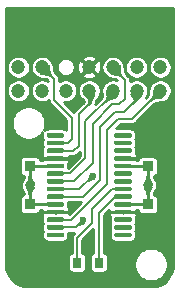
<source format=gbr>
%TF.GenerationSoftware,KiCad,Pcbnew,(5.1.8-0-10_14)*%
%TF.CreationDate,2021-08-04T22:04:29-04:00*%
%TF.ProjectId,MyTPM,4d795450-4d2e-46b6-9963-61645f706362,rev?*%
%TF.SameCoordinates,Original*%
%TF.FileFunction,Copper,L1,Top*%
%TF.FilePolarity,Positive*%
%FSLAX46Y46*%
G04 Gerber Fmt 4.6, Leading zero omitted, Abs format (unit mm)*
G04 Created by KiCad (PCBNEW (5.1.8-0-10_14)) date 2021-08-04 22:04:29*
%MOMM*%
%LPD*%
G01*
G04 APERTURE LIST*
%TA.AperFunction,SMDPad,CuDef*%
%ADD10R,0.970000X0.920000*%
%TD*%
%TA.AperFunction,ComponentPad*%
%ADD11C,1.200000*%
%TD*%
%TA.AperFunction,SMDPad,CuDef*%
%ADD12R,0.790000X0.930000*%
%TD*%
%TA.AperFunction,ViaPad*%
%ADD13C,0.800000*%
%TD*%
%TA.AperFunction,ViaPad*%
%ADD14C,0.600000*%
%TD*%
%TA.AperFunction,Conductor*%
%ADD15C,0.250000*%
%TD*%
%TA.AperFunction,Conductor*%
%ADD16C,0.150000*%
%TD*%
%TA.AperFunction,Conductor*%
%ADD17C,0.100000*%
%TD*%
%TA.AperFunction,Conductor*%
%ADD18C,0.025400*%
%TD*%
G04 APERTURE END LIST*
D10*
%TO.P,C4,1*%
%TO.N,Net-(C1-Pad1)*%
X145666460Y-75859940D03*
%TO.P,C4,2*%
%TO.N,Net-(C1-Pad2)*%
X145666460Y-74309940D03*
%TD*%
D11*
%TO.P,P1,14*%
%TO.N,Net-(P1-Pad14)*%
X144705300Y-67486780D03*
%TO.P,P1,13*%
%TO.N,Net-(P1-Pad13)*%
X146705300Y-67486780D03*
%TO.P,P1,11*%
%TO.N,Net-(C1-Pad2)*%
X150705300Y-67486780D03*
%TO.P,P1,10*%
%TO.N,Net-(P1-Pad10)*%
X152705300Y-67486780D03*
%TO.P,P1,9*%
%TO.N,Net-(P1-Pad9)*%
X154705300Y-67486780D03*
%TO.P,P1,8*%
%TO.N,Net-(C1-Pad1)*%
X156705300Y-67486780D03*
%TO.P,P1,7*%
%TO.N,Net-(P1-Pad7)*%
X144705300Y-69486780D03*
%TO.P,P1,6*%
%TO.N,Net-(P1-Pad6)*%
X146705300Y-69486780D03*
%TO.P,P1,5*%
%TO.N,Net-(P1-Pad5)*%
X148705300Y-69486780D03*
%TO.P,P1,4*%
%TO.N,Net-(P1-Pad4)*%
X150705300Y-69486780D03*
%TO.P,P1,3*%
%TO.N,Net-(P1-Pad3)*%
X152705300Y-69486780D03*
%TO.P,P1,2*%
%TO.N,Net-(P1-Pad2)*%
X154705300Y-69486780D03*
%TO.P,P1,1*%
%TO.N,Net-(P1-Pad1)*%
X156705300Y-69486780D03*
%TD*%
%TO.P,U1,1*%
%TO.N,Net-(U1-Pad1)*%
%TA.AperFunction,SMDPad,CuDef*%
G36*
G01*
X154290580Y-81605160D02*
X154290580Y-81805160D01*
G75*
G02*
X154190580Y-81905160I-100000J0D01*
G01*
X152915580Y-81905160D01*
G75*
G02*
X152815580Y-81805160I0J100000D01*
G01*
X152815580Y-81605160D01*
G75*
G02*
X152915580Y-81505160I100000J0D01*
G01*
X154190580Y-81505160D01*
G75*
G02*
X154290580Y-81605160I0J-100000D01*
G01*
G37*
%TD.AperFunction*%
%TO.P,U1,2*%
%TO.N,Net-(U1-Pad2)*%
%TA.AperFunction,SMDPad,CuDef*%
G36*
G01*
X154290580Y-80955160D02*
X154290580Y-81155160D01*
G75*
G02*
X154190580Y-81255160I-100000J0D01*
G01*
X152915580Y-81255160D01*
G75*
G02*
X152815580Y-81155160I0J100000D01*
G01*
X152815580Y-80955160D01*
G75*
G02*
X152915580Y-80855160I100000J0D01*
G01*
X154190580Y-80855160D01*
G75*
G02*
X154290580Y-80955160I0J-100000D01*
G01*
G37*
%TD.AperFunction*%
%TO.P,U1,3*%
%TO.N,Net-(U1-Pad3)*%
%TA.AperFunction,SMDPad,CuDef*%
G36*
G01*
X154290580Y-80305160D02*
X154290580Y-80505160D01*
G75*
G02*
X154190580Y-80605160I-100000J0D01*
G01*
X152915580Y-80605160D01*
G75*
G02*
X152815580Y-80505160I0J100000D01*
G01*
X152815580Y-80305160D01*
G75*
G02*
X152915580Y-80205160I100000J0D01*
G01*
X154190580Y-80205160D01*
G75*
G02*
X154290580Y-80305160I0J-100000D01*
G01*
G37*
%TD.AperFunction*%
%TO.P,U1,4*%
%TO.N,Net-(C1-Pad2)*%
%TA.AperFunction,SMDPad,CuDef*%
G36*
G01*
X154290580Y-79655160D02*
X154290580Y-79855160D01*
G75*
G02*
X154190580Y-79955160I-100000J0D01*
G01*
X152915580Y-79955160D01*
G75*
G02*
X152815580Y-79855160I0J100000D01*
G01*
X152815580Y-79655160D01*
G75*
G02*
X152915580Y-79555160I100000J0D01*
G01*
X154190580Y-79555160D01*
G75*
G02*
X154290580Y-79655160I0J-100000D01*
G01*
G37*
%TD.AperFunction*%
%TO.P,U1,5*%
%TO.N,Net-(C1-Pad1)*%
%TA.AperFunction,SMDPad,CuDef*%
G36*
G01*
X154290580Y-79005160D02*
X154290580Y-79205160D01*
G75*
G02*
X154190580Y-79305160I-100000J0D01*
G01*
X152915580Y-79305160D01*
G75*
G02*
X152815580Y-79205160I0J100000D01*
G01*
X152815580Y-79005160D01*
G75*
G02*
X152915580Y-78905160I100000J0D01*
G01*
X154190580Y-78905160D01*
G75*
G02*
X154290580Y-79005160I0J-100000D01*
G01*
G37*
%TD.AperFunction*%
%TO.P,U1,6*%
%TO.N,Net-(R1-Pad2)*%
%TA.AperFunction,SMDPad,CuDef*%
G36*
G01*
X154290580Y-78355160D02*
X154290580Y-78555160D01*
G75*
G02*
X154190580Y-78655160I-100000J0D01*
G01*
X152915580Y-78655160D01*
G75*
G02*
X152815580Y-78555160I0J100000D01*
G01*
X152815580Y-78355160D01*
G75*
G02*
X152915580Y-78255160I100000J0D01*
G01*
X154190580Y-78255160D01*
G75*
G02*
X154290580Y-78355160I0J-100000D01*
G01*
G37*
%TD.AperFunction*%
%TO.P,U1,7*%
%TO.N,Net-(R2-Pad2)*%
%TA.AperFunction,SMDPad,CuDef*%
G36*
G01*
X154290580Y-77705160D02*
X154290580Y-77905160D01*
G75*
G02*
X154190580Y-78005160I-100000J0D01*
G01*
X152915580Y-78005160D01*
G75*
G02*
X152815580Y-77905160I0J100000D01*
G01*
X152815580Y-77705160D01*
G75*
G02*
X152915580Y-77605160I100000J0D01*
G01*
X154190580Y-77605160D01*
G75*
G02*
X154290580Y-77705160I0J-100000D01*
G01*
G37*
%TD.AperFunction*%
%TO.P,U1,8*%
%TO.N,Net-(U1-Pad8)*%
%TA.AperFunction,SMDPad,CuDef*%
G36*
G01*
X154290580Y-77055160D02*
X154290580Y-77255160D01*
G75*
G02*
X154190580Y-77355160I-100000J0D01*
G01*
X152915580Y-77355160D01*
G75*
G02*
X152815580Y-77255160I0J100000D01*
G01*
X152815580Y-77055160D01*
G75*
G02*
X152915580Y-76955160I100000J0D01*
G01*
X154190580Y-76955160D01*
G75*
G02*
X154290580Y-77055160I0J-100000D01*
G01*
G37*
%TD.AperFunction*%
%TO.P,U1,9*%
%TO.N,Net-(U1-Pad9)*%
%TA.AperFunction,SMDPad,CuDef*%
G36*
G01*
X154290580Y-76405160D02*
X154290580Y-76605160D01*
G75*
G02*
X154190580Y-76705160I-100000J0D01*
G01*
X152915580Y-76705160D01*
G75*
G02*
X152815580Y-76605160I0J100000D01*
G01*
X152815580Y-76405160D01*
G75*
G02*
X152915580Y-76305160I100000J0D01*
G01*
X154190580Y-76305160D01*
G75*
G02*
X154290580Y-76405160I0J-100000D01*
G01*
G37*
%TD.AperFunction*%
%TO.P,U1,10*%
%TO.N,Net-(C1-Pad1)*%
%TA.AperFunction,SMDPad,CuDef*%
G36*
G01*
X154290580Y-75755160D02*
X154290580Y-75955160D01*
G75*
G02*
X154190580Y-76055160I-100000J0D01*
G01*
X152915580Y-76055160D01*
G75*
G02*
X152815580Y-75955160I0J100000D01*
G01*
X152815580Y-75755160D01*
G75*
G02*
X152915580Y-75655160I100000J0D01*
G01*
X154190580Y-75655160D01*
G75*
G02*
X154290580Y-75755160I0J-100000D01*
G01*
G37*
%TD.AperFunction*%
%TO.P,U1,11*%
%TO.N,Net-(C1-Pad2)*%
%TA.AperFunction,SMDPad,CuDef*%
G36*
G01*
X154290580Y-75105160D02*
X154290580Y-75305160D01*
G75*
G02*
X154190580Y-75405160I-100000J0D01*
G01*
X152915580Y-75405160D01*
G75*
G02*
X152815580Y-75305160I0J100000D01*
G01*
X152815580Y-75105160D01*
G75*
G02*
X152915580Y-75005160I100000J0D01*
G01*
X154190580Y-75005160D01*
G75*
G02*
X154290580Y-75105160I0J-100000D01*
G01*
G37*
%TD.AperFunction*%
%TO.P,U1,12*%
%TO.N,Net-(U1-Pad12)*%
%TA.AperFunction,SMDPad,CuDef*%
G36*
G01*
X154290580Y-74455160D02*
X154290580Y-74655160D01*
G75*
G02*
X154190580Y-74755160I-100000J0D01*
G01*
X152915580Y-74755160D01*
G75*
G02*
X152815580Y-74655160I0J100000D01*
G01*
X152815580Y-74455160D01*
G75*
G02*
X152915580Y-74355160I100000J0D01*
G01*
X154190580Y-74355160D01*
G75*
G02*
X154290580Y-74455160I0J-100000D01*
G01*
G37*
%TD.AperFunction*%
%TO.P,U1,13*%
%TO.N,Net-(U1-Pad13)*%
%TA.AperFunction,SMDPad,CuDef*%
G36*
G01*
X154290580Y-73805160D02*
X154290580Y-74005160D01*
G75*
G02*
X154190580Y-74105160I-100000J0D01*
G01*
X152915580Y-74105160D01*
G75*
G02*
X152815580Y-74005160I0J100000D01*
G01*
X152815580Y-73805160D01*
G75*
G02*
X152915580Y-73705160I100000J0D01*
G01*
X154190580Y-73705160D01*
G75*
G02*
X154290580Y-73805160I0J-100000D01*
G01*
G37*
%TD.AperFunction*%
%TO.P,U1,14*%
%TO.N,Net-(U1-Pad14)*%
%TA.AperFunction,SMDPad,CuDef*%
G36*
G01*
X154290580Y-73155160D02*
X154290580Y-73355160D01*
G75*
G02*
X154190580Y-73455160I-100000J0D01*
G01*
X152915580Y-73455160D01*
G75*
G02*
X152815580Y-73355160I0J100000D01*
G01*
X152815580Y-73155160D01*
G75*
G02*
X152915580Y-73055160I100000J0D01*
G01*
X154190580Y-73055160D01*
G75*
G02*
X154290580Y-73155160I0J-100000D01*
G01*
G37*
%TD.AperFunction*%
%TO.P,U1,15*%
%TO.N,Net-(U1-Pad15)*%
%TA.AperFunction,SMDPad,CuDef*%
G36*
G01*
X148565580Y-73155160D02*
X148565580Y-73355160D01*
G75*
G02*
X148465580Y-73455160I-100000J0D01*
G01*
X147190580Y-73455160D01*
G75*
G02*
X147090580Y-73355160I0J100000D01*
G01*
X147090580Y-73155160D01*
G75*
G02*
X147190580Y-73055160I100000J0D01*
G01*
X148465580Y-73055160D01*
G75*
G02*
X148565580Y-73155160I0J-100000D01*
G01*
G37*
%TD.AperFunction*%
%TO.P,U1,16*%
%TO.N,Net-(P1-Pad13)*%
%TA.AperFunction,SMDPad,CuDef*%
G36*
G01*
X148565580Y-73805160D02*
X148565580Y-74005160D01*
G75*
G02*
X148465580Y-74105160I-100000J0D01*
G01*
X147190580Y-74105160D01*
G75*
G02*
X147090580Y-74005160I0J100000D01*
G01*
X147090580Y-73805160D01*
G75*
G02*
X147190580Y-73705160I100000J0D01*
G01*
X148465580Y-73705160D01*
G75*
G02*
X148565580Y-73805160I0J-100000D01*
G01*
G37*
%TD.AperFunction*%
%TO.P,U1,17*%
%TO.N,Net-(P1-Pad4)*%
%TA.AperFunction,SMDPad,CuDef*%
G36*
G01*
X148565580Y-74455160D02*
X148565580Y-74655160D01*
G75*
G02*
X148465580Y-74755160I-100000J0D01*
G01*
X147190580Y-74755160D01*
G75*
G02*
X147090580Y-74655160I0J100000D01*
G01*
X147090580Y-74455160D01*
G75*
G02*
X147190580Y-74355160I100000J0D01*
G01*
X148465580Y-74355160D01*
G75*
G02*
X148565580Y-74455160I0J-100000D01*
G01*
G37*
%TD.AperFunction*%
%TO.P,U1,18*%
%TO.N,Net-(C1-Pad2)*%
%TA.AperFunction,SMDPad,CuDef*%
G36*
G01*
X148565580Y-75105160D02*
X148565580Y-75305160D01*
G75*
G02*
X148465580Y-75405160I-100000J0D01*
G01*
X147190580Y-75405160D01*
G75*
G02*
X147090580Y-75305160I0J100000D01*
G01*
X147090580Y-75105160D01*
G75*
G02*
X147190580Y-75005160I100000J0D01*
G01*
X148465580Y-75005160D01*
G75*
G02*
X148565580Y-75105160I0J-100000D01*
G01*
G37*
%TD.AperFunction*%
%TO.P,U1,19*%
%TO.N,Net-(C1-Pad1)*%
%TA.AperFunction,SMDPad,CuDef*%
G36*
G01*
X148565580Y-75755160D02*
X148565580Y-75955160D01*
G75*
G02*
X148465580Y-76055160I-100000J0D01*
G01*
X147190580Y-76055160D01*
G75*
G02*
X147090580Y-75955160I0J100000D01*
G01*
X147090580Y-75755160D01*
G75*
G02*
X147190580Y-75655160I100000J0D01*
G01*
X148465580Y-75655160D01*
G75*
G02*
X148565580Y-75755160I0J-100000D01*
G01*
G37*
%TD.AperFunction*%
%TO.P,U1,20*%
%TO.N,Net-(P1-Pad3)*%
%TA.AperFunction,SMDPad,CuDef*%
G36*
G01*
X148565580Y-76405160D02*
X148565580Y-76605160D01*
G75*
G02*
X148465580Y-76705160I-100000J0D01*
G01*
X147190580Y-76705160D01*
G75*
G02*
X147090580Y-76605160I0J100000D01*
G01*
X147090580Y-76405160D01*
G75*
G02*
X147190580Y-76305160I100000J0D01*
G01*
X148465580Y-76305160D01*
G75*
G02*
X148565580Y-76405160I0J-100000D01*
G01*
G37*
%TD.AperFunction*%
%TO.P,U1,21*%
%TO.N,Net-(P1-Pad10)*%
%TA.AperFunction,SMDPad,CuDef*%
G36*
G01*
X148565580Y-77055160D02*
X148565580Y-77255160D01*
G75*
G02*
X148465580Y-77355160I-100000J0D01*
G01*
X147190580Y-77355160D01*
G75*
G02*
X147090580Y-77255160I0J100000D01*
G01*
X147090580Y-77055160D01*
G75*
G02*
X147190580Y-76955160I100000J0D01*
G01*
X148465580Y-76955160D01*
G75*
G02*
X148565580Y-77055160I0J-100000D01*
G01*
G37*
%TD.AperFunction*%
%TO.P,U1,22*%
%TO.N,Net-(P1-Pad5)*%
%TA.AperFunction,SMDPad,CuDef*%
G36*
G01*
X148565580Y-77705160D02*
X148565580Y-77905160D01*
G75*
G02*
X148465580Y-78005160I-100000J0D01*
G01*
X147190580Y-78005160D01*
G75*
G02*
X147090580Y-77905160I0J100000D01*
G01*
X147090580Y-77705160D01*
G75*
G02*
X147190580Y-77605160I100000J0D01*
G01*
X148465580Y-77605160D01*
G75*
G02*
X148565580Y-77705160I0J-100000D01*
G01*
G37*
%TD.AperFunction*%
%TO.P,U1,23*%
%TO.N,Net-(P1-Pad2)*%
%TA.AperFunction,SMDPad,CuDef*%
G36*
G01*
X148565580Y-78355160D02*
X148565580Y-78555160D01*
G75*
G02*
X148465580Y-78655160I-100000J0D01*
G01*
X147190580Y-78655160D01*
G75*
G02*
X147090580Y-78555160I0J100000D01*
G01*
X147090580Y-78355160D01*
G75*
G02*
X147190580Y-78255160I100000J0D01*
G01*
X148465580Y-78255160D01*
G75*
G02*
X148565580Y-78355160I0J-100000D01*
G01*
G37*
%TD.AperFunction*%
%TO.P,U1,24*%
%TO.N,Net-(C1-Pad1)*%
%TA.AperFunction,SMDPad,CuDef*%
G36*
G01*
X148565580Y-79005160D02*
X148565580Y-79205160D01*
G75*
G02*
X148465580Y-79305160I-100000J0D01*
G01*
X147190580Y-79305160D01*
G75*
G02*
X147090580Y-79205160I0J100000D01*
G01*
X147090580Y-79005160D01*
G75*
G02*
X147190580Y-78905160I100000J0D01*
G01*
X148465580Y-78905160D01*
G75*
G02*
X148565580Y-79005160I0J-100000D01*
G01*
G37*
%TD.AperFunction*%
%TO.P,U1,25*%
%TO.N,Net-(C1-Pad2)*%
%TA.AperFunction,SMDPad,CuDef*%
G36*
G01*
X148565580Y-79655160D02*
X148565580Y-79855160D01*
G75*
G02*
X148465580Y-79955160I-100000J0D01*
G01*
X147190580Y-79955160D01*
G75*
G02*
X147090580Y-79855160I0J100000D01*
G01*
X147090580Y-79655160D01*
G75*
G02*
X147190580Y-79555160I100000J0D01*
G01*
X148465580Y-79555160D01*
G75*
G02*
X148565580Y-79655160I0J-100000D01*
G01*
G37*
%TD.AperFunction*%
%TO.P,U1,26*%
%TO.N,Net-(P1-Pad1)*%
%TA.AperFunction,SMDPad,CuDef*%
G36*
G01*
X148565580Y-80305160D02*
X148565580Y-80505160D01*
G75*
G02*
X148465580Y-80605160I-100000J0D01*
G01*
X147190580Y-80605160D01*
G75*
G02*
X147090580Y-80505160I0J100000D01*
G01*
X147090580Y-80305160D01*
G75*
G02*
X147190580Y-80205160I100000J0D01*
G01*
X148465580Y-80205160D01*
G75*
G02*
X148565580Y-80305160I0J-100000D01*
G01*
G37*
%TD.AperFunction*%
%TO.P,U1,27*%
%TO.N,Net-(P1-Pad6)*%
%TA.AperFunction,SMDPad,CuDef*%
G36*
G01*
X148565580Y-80955160D02*
X148565580Y-81155160D01*
G75*
G02*
X148465580Y-81255160I-100000J0D01*
G01*
X147190580Y-81255160D01*
G75*
G02*
X147090580Y-81155160I0J100000D01*
G01*
X147090580Y-80955160D01*
G75*
G02*
X147190580Y-80855160I100000J0D01*
G01*
X148465580Y-80855160D01*
G75*
G02*
X148565580Y-80955160I0J-100000D01*
G01*
G37*
%TD.AperFunction*%
%TO.P,U1,28*%
%TO.N,Net-(U1-Pad28)*%
%TA.AperFunction,SMDPad,CuDef*%
G36*
G01*
X148565580Y-81605160D02*
X148565580Y-81805160D01*
G75*
G02*
X148465580Y-81905160I-100000J0D01*
G01*
X147190580Y-81905160D01*
G75*
G02*
X147090580Y-81805160I0J100000D01*
G01*
X147090580Y-81605160D01*
G75*
G02*
X147190580Y-81505160I100000J0D01*
G01*
X148465580Y-81505160D01*
G75*
G02*
X148565580Y-81605160I0J-100000D01*
G01*
G37*
%TD.AperFunction*%
%TD*%
D12*
%TO.P,R2,1*%
%TO.N,Net-(C1-Pad2)*%
X148036700Y-84046060D03*
%TO.P,R2,2*%
%TO.N,Net-(R2-Pad2)*%
X149676700Y-84046060D03*
%TD*%
%TO.P,R1,1*%
%TO.N,Net-(C1-Pad2)*%
X153141260Y-84046060D03*
%TO.P,R1,2*%
%TO.N,Net-(R1-Pad2)*%
X151501260Y-84046060D03*
%TD*%
D10*
%TO.P,C3,1*%
%TO.N,Net-(C1-Pad1)*%
X145666460Y-79085140D03*
%TO.P,C3,2*%
%TO.N,Net-(C1-Pad2)*%
X145666460Y-80635140D03*
%TD*%
%TO.P,C2,1*%
%TO.N,Net-(C1-Pad1)*%
X155648660Y-75870100D03*
%TO.P,C2,2*%
%TO.N,Net-(C1-Pad2)*%
X155648660Y-74320100D03*
%TD*%
%TO.P,C1,1*%
%TO.N,Net-(C1-Pad1)*%
X155661360Y-79113080D03*
%TO.P,C1,2*%
%TO.N,Net-(C1-Pad2)*%
X155661360Y-80663080D03*
%TD*%
D13*
%TO.N,Net-(C1-Pad2)*%
X156799280Y-63466980D03*
X144734280Y-63466980D03*
X145140680Y-84421980D03*
X157114240Y-74320400D03*
X157114240Y-80662780D03*
X144226280Y-74312780D03*
X144226280Y-80634840D03*
%TO.N,Net-(C1-Pad1)*%
X145676620Y-77487780D03*
X155656280Y-77480162D03*
D14*
%TO.N,Net-(P1-Pad6)*%
X150205440Y-80421480D03*
%TO.N,Net-(P1-Pad5)*%
X150987758Y-76685140D03*
%TD*%
D15*
%TO.N,Net-(C1-Pad1)*%
X155862020Y-79102920D02*
X153522380Y-79102920D01*
X155862020Y-75854860D02*
X153484280Y-75854860D01*
X147828080Y-79105160D02*
X145512120Y-79105160D01*
X147828080Y-75855160D02*
X145522280Y-75855160D01*
X155656280Y-76078080D02*
X155656280Y-77480162D01*
X155859480Y-75874880D02*
X155656280Y-76078080D01*
X155859480Y-79080360D02*
X155656280Y-78877160D01*
X155656280Y-78877160D02*
X155656280Y-77480162D01*
X145666460Y-77472540D02*
X145669000Y-77470000D01*
X145666460Y-78704440D02*
X145666460Y-77472540D01*
X145666460Y-77467460D02*
X145669000Y-77470000D01*
X145666460Y-76266040D02*
X145666460Y-77467460D01*
D16*
%TO.N,Net-(R1-Pad2)*%
X152849580Y-78483460D02*
X153548080Y-78483460D01*
X151501260Y-79831780D02*
X152849580Y-78483460D01*
X151501260Y-84046060D02*
X151501260Y-79831780D01*
%TO.N,Net-(R2-Pad2)*%
X153291540Y-77825600D02*
X153548080Y-77825600D01*
X153289000Y-77828140D02*
X153291540Y-77825600D01*
X150906480Y-79542640D02*
X152620980Y-77828140D01*
X150906480Y-80685640D02*
X150906480Y-79542640D01*
X149676700Y-81915420D02*
X150906480Y-80685640D01*
X152620980Y-77828140D02*
X153289000Y-77828140D01*
X149676700Y-84046060D02*
X149676700Y-81915420D01*
%TO.N,Net-(P1-Pad6)*%
X149560280Y-81066640D02*
X150205440Y-80421480D01*
X147794980Y-81066640D02*
X149560280Y-81066640D01*
%TO.N,Net-(P1-Pad1)*%
X149143720Y-80424020D02*
X147855940Y-80424020D01*
X152194260Y-77373480D02*
X149143720Y-80424020D01*
X152194260Y-72854820D02*
X152194260Y-77373480D01*
X153177240Y-71871840D02*
X152194260Y-72854820D01*
X154320240Y-71871840D02*
X153177240Y-71871840D01*
X156705300Y-69486780D02*
X154320240Y-71871840D01*
%TO.N,Net-(P1-Pad2)*%
X154705300Y-69486780D02*
X154705300Y-69492880D01*
X153629360Y-71297800D02*
X154706320Y-70220840D01*
X154706320Y-70220840D02*
X154706320Y-69489320D01*
X152892760Y-71297800D02*
X153629360Y-71297800D01*
X151599900Y-72590660D02*
X152892760Y-71297800D01*
X151599900Y-77045820D02*
X151599900Y-72590660D01*
X150190200Y-78455520D02*
X151599900Y-77045820D01*
X147802600Y-78455520D02*
X150190200Y-78455520D01*
%TO.N,Net-(P1-Pad5)*%
X149847298Y-77825600D02*
X150987758Y-76685140D01*
X147802600Y-77825600D02*
X149847298Y-77825600D01*
%TO.N,Net-(P1-Pad3)*%
X149080220Y-76489560D02*
X147830540Y-76489560D01*
X150378160Y-75191620D02*
X149080220Y-76489560D01*
X150378160Y-72075040D02*
X150378160Y-75191620D01*
X152705300Y-69747900D02*
X150378160Y-72075040D01*
X152705300Y-69486780D02*
X152705300Y-69747900D01*
%TO.N,Net-(P1-Pad4)*%
X149352000Y-74574400D02*
X147855940Y-74574400D01*
X149796500Y-74129900D02*
X149352000Y-74574400D01*
X149796500Y-71483220D02*
X149796500Y-74129900D01*
X150705300Y-70574420D02*
X149796500Y-71483220D01*
X150705300Y-69486780D02*
X150705300Y-70574420D01*
%TO.N,Net-(P1-Pad13)*%
X147698460Y-68479940D02*
X147698460Y-70246240D01*
X149219920Y-71767700D02*
X149219920Y-73599040D01*
X149219920Y-73599040D02*
X148899880Y-73919080D01*
X148899880Y-73919080D02*
X147802600Y-73919080D01*
X147698460Y-70246240D02*
X149219920Y-71767700D01*
X146705300Y-67486780D02*
X147698460Y-68479940D01*
%TO.N,Net-(P1-Pad10)*%
X150987760Y-72317964D02*
X150987760Y-75628500D01*
X149448520Y-77167740D02*
X147855940Y-77167740D01*
X150987760Y-75628500D02*
X149448520Y-77167740D01*
X153235660Y-70639940D02*
X152665784Y-70639940D01*
X153718260Y-70157340D02*
X153235660Y-70639940D01*
X153718260Y-68564760D02*
X153718260Y-70157340D01*
X152705300Y-67551800D02*
X153718260Y-68564760D01*
X152665784Y-70639940D02*
X150987760Y-72317964D01*
X152705300Y-67486780D02*
X152705300Y-67551800D01*
%TD*%
D15*
%TO.N,Net-(C1-Pad2)*%
X157788736Y-84150823D02*
X157757477Y-84535736D01*
X157658701Y-84883809D01*
X157494201Y-85206064D01*
X157270238Y-85490231D01*
X156995347Y-85725486D01*
X156679998Y-85902867D01*
X156336201Y-86015616D01*
X155958817Y-86061666D01*
X155930738Y-86061999D01*
X145544106Y-86056612D01*
X145159004Y-86025337D01*
X144810931Y-85926561D01*
X144488676Y-85762061D01*
X144204509Y-85538098D01*
X143969254Y-85263207D01*
X143791873Y-84947858D01*
X143679124Y-84604061D01*
X143633074Y-84226677D01*
X143632739Y-84198448D01*
X143631403Y-72076930D01*
X144132240Y-72076930D01*
X144132240Y-72357630D01*
X144187002Y-72632937D01*
X144294421Y-72892271D01*
X144450370Y-73125665D01*
X144648855Y-73324150D01*
X144882249Y-73480099D01*
X145141583Y-73587518D01*
X145416890Y-73642280D01*
X145697590Y-73642280D01*
X145972897Y-73587518D01*
X146232231Y-73480099D01*
X146465625Y-73324150D01*
X146664110Y-73125665D01*
X146736539Y-73017267D01*
X146722928Y-73062138D01*
X146713766Y-73155160D01*
X146713766Y-73355160D01*
X146722928Y-73448182D01*
X146750061Y-73537629D01*
X146772795Y-73580160D01*
X146750061Y-73622691D01*
X146722928Y-73712138D01*
X146713766Y-73805160D01*
X146713766Y-74005160D01*
X146722928Y-74098182D01*
X146750061Y-74187629D01*
X146772795Y-74230160D01*
X146750061Y-74272691D01*
X146722928Y-74362138D01*
X146713766Y-74455160D01*
X146713766Y-74655160D01*
X146722928Y-74748182D01*
X146731294Y-74775761D01*
X146696032Y-74841733D01*
X146671730Y-74921846D01*
X146663524Y-75005160D01*
X146665580Y-75073910D01*
X146771830Y-75180160D01*
X147803080Y-75180160D01*
X147803080Y-75160160D01*
X147853080Y-75160160D01*
X147853080Y-75180160D01*
X148884330Y-75180160D01*
X148990580Y-75073910D01*
X148992061Y-75024400D01*
X149329906Y-75024400D01*
X149352000Y-75026576D01*
X149374094Y-75024400D01*
X149374105Y-75024400D01*
X149440215Y-75017889D01*
X149525041Y-74992157D01*
X149603216Y-74950371D01*
X149671737Y-74894137D01*
X149685828Y-74876967D01*
X149928161Y-74634635D01*
X149928161Y-75005223D01*
X148938479Y-75994906D01*
X148942394Y-75955160D01*
X148942394Y-75755160D01*
X148933232Y-75662138D01*
X148924866Y-75634559D01*
X148960128Y-75568587D01*
X148984430Y-75488474D01*
X148992636Y-75405160D01*
X148990580Y-75336410D01*
X148884330Y-75230160D01*
X147853080Y-75230160D01*
X147853080Y-75250160D01*
X147803080Y-75250160D01*
X147803080Y-75230160D01*
X146771830Y-75230160D01*
X146665580Y-75336410D01*
X146665019Y-75355160D01*
X146523864Y-75355160D01*
X146521034Y-75326427D01*
X146499591Y-75255740D01*
X146464769Y-75190593D01*
X146417908Y-75133492D01*
X146360807Y-75086631D01*
X146295660Y-75051809D01*
X146224973Y-75030366D01*
X146151460Y-75023126D01*
X145181460Y-75023126D01*
X145107947Y-75030366D01*
X145037260Y-75051809D01*
X144972113Y-75086631D01*
X144915012Y-75133492D01*
X144868151Y-75190593D01*
X144833329Y-75255740D01*
X144811886Y-75326427D01*
X144804646Y-75399940D01*
X144804646Y-76319940D01*
X144811886Y-76393453D01*
X144833329Y-76464140D01*
X144868151Y-76529287D01*
X144915012Y-76586388D01*
X144972113Y-76633249D01*
X145037260Y-76668071D01*
X145107947Y-76689514D01*
X145165969Y-76695228D01*
X145164021Y-76751656D01*
X145158864Y-76795259D01*
X145152712Y-76823074D01*
X145145858Y-76843361D01*
X145135808Y-76865508D01*
X145118620Y-76896973D01*
X145092047Y-76941649D01*
X145091813Y-76942044D01*
X145059358Y-76996761D01*
X145053527Y-77006952D01*
X145019315Y-77068978D01*
X145010618Y-77085729D01*
X145003705Y-77099906D01*
X144989824Y-77120680D01*
X144931403Y-77261721D01*
X144901620Y-77411449D01*
X144901620Y-77564111D01*
X144931403Y-77713839D01*
X144989824Y-77854880D01*
X145004228Y-77876438D01*
X145009501Y-77887206D01*
X145019500Y-77906228D01*
X145053093Y-77965913D01*
X145060293Y-77978156D01*
X145092520Y-78030658D01*
X145093820Y-78032760D01*
X145120679Y-78075877D01*
X145138075Y-78105995D01*
X145147629Y-78125769D01*
X145153645Y-78142406D01*
X145159130Y-78165495D01*
X145164014Y-78203835D01*
X145165729Y-78249875D01*
X145107947Y-78255566D01*
X145037260Y-78277009D01*
X144972113Y-78311831D01*
X144915012Y-78358692D01*
X144868151Y-78415793D01*
X144833329Y-78480940D01*
X144811886Y-78551627D01*
X144804646Y-78625140D01*
X144804646Y-79545140D01*
X144811886Y-79618653D01*
X144833329Y-79689340D01*
X144868151Y-79754487D01*
X144915012Y-79811588D01*
X144972113Y-79858449D01*
X145037260Y-79893271D01*
X145107947Y-79914714D01*
X145181460Y-79921954D01*
X146151460Y-79921954D01*
X146224973Y-79914714D01*
X146295660Y-79893271D01*
X146360807Y-79858449D01*
X146417908Y-79811588D01*
X146464769Y-79754487D01*
X146499591Y-79689340D01*
X146521034Y-79618653D01*
X146522363Y-79605160D01*
X146665019Y-79605160D01*
X146665580Y-79623910D01*
X146771830Y-79730160D01*
X147803080Y-79730160D01*
X147803080Y-79710160D01*
X147853080Y-79710160D01*
X147853080Y-79730160D01*
X148884330Y-79730160D01*
X148990580Y-79623910D01*
X148992636Y-79555160D01*
X148984430Y-79471846D01*
X148960128Y-79391733D01*
X148924866Y-79325761D01*
X148933232Y-79298182D01*
X148942394Y-79205160D01*
X148942394Y-79005160D01*
X148933232Y-78912138D01*
X148931224Y-78905520D01*
X150025825Y-78905520D01*
X148992158Y-79939187D01*
X148990580Y-79886410D01*
X148884330Y-79780160D01*
X147853080Y-79780160D01*
X147853080Y-79800160D01*
X147803080Y-79800160D01*
X147803080Y-79780160D01*
X146771830Y-79780160D01*
X146665580Y-79886410D01*
X146663524Y-79955160D01*
X146671730Y-80038474D01*
X146696032Y-80118587D01*
X146731294Y-80184559D01*
X146722928Y-80212138D01*
X146713766Y-80305160D01*
X146713766Y-80505160D01*
X146722928Y-80598182D01*
X146750061Y-80687629D01*
X146772795Y-80730160D01*
X146750061Y-80772691D01*
X146722928Y-80862138D01*
X146713766Y-80955160D01*
X146713766Y-81155160D01*
X146722928Y-81248182D01*
X146750061Y-81337629D01*
X146772795Y-81380160D01*
X146750061Y-81422691D01*
X146722928Y-81512138D01*
X146713766Y-81605160D01*
X146713766Y-81805160D01*
X146722928Y-81898182D01*
X146750061Y-81987629D01*
X146794124Y-82070064D01*
X146853422Y-82142318D01*
X146925676Y-82201616D01*
X147008111Y-82245679D01*
X147097558Y-82272812D01*
X147190580Y-82281974D01*
X148465580Y-82281974D01*
X148558602Y-82272812D01*
X148648049Y-82245679D01*
X148730484Y-82201616D01*
X148802738Y-82142318D01*
X148862036Y-82070064D01*
X148906099Y-81987629D01*
X148933232Y-81898182D01*
X148942394Y-81805160D01*
X148942394Y-81605160D01*
X148933675Y-81516640D01*
X149439085Y-81516640D01*
X149374129Y-81581596D01*
X149356964Y-81595683D01*
X149342877Y-81612848D01*
X149342872Y-81612853D01*
X149300729Y-81664204D01*
X149258943Y-81742380D01*
X149233212Y-81827205D01*
X149224524Y-81915420D01*
X149226701Y-81937524D01*
X149226700Y-83209663D01*
X149208187Y-83211486D01*
X149137500Y-83232929D01*
X149072353Y-83267751D01*
X149015252Y-83314612D01*
X148968391Y-83371713D01*
X148933569Y-83436860D01*
X148912126Y-83507547D01*
X148904886Y-83581060D01*
X148904886Y-84511060D01*
X148912126Y-84584573D01*
X148933569Y-84655260D01*
X148968391Y-84720407D01*
X149015252Y-84777508D01*
X149072353Y-84824369D01*
X149137500Y-84859191D01*
X149208187Y-84880634D01*
X149281700Y-84887874D01*
X150071700Y-84887874D01*
X150145213Y-84880634D01*
X150215900Y-84859191D01*
X150281047Y-84824369D01*
X150338148Y-84777508D01*
X150385009Y-84720407D01*
X150419831Y-84655260D01*
X150441274Y-84584573D01*
X150448514Y-84511060D01*
X150448514Y-83581060D01*
X150441274Y-83507547D01*
X150419831Y-83436860D01*
X150385009Y-83371713D01*
X150338148Y-83314612D01*
X150281047Y-83267751D01*
X150215900Y-83232929D01*
X150145213Y-83211486D01*
X150126700Y-83209663D01*
X150126700Y-82101815D01*
X151051261Y-81177255D01*
X151051260Y-83209663D01*
X151032747Y-83211486D01*
X150962060Y-83232929D01*
X150896913Y-83267751D01*
X150839812Y-83314612D01*
X150792951Y-83371713D01*
X150758129Y-83436860D01*
X150736686Y-83507547D01*
X150729446Y-83581060D01*
X150729446Y-84511060D01*
X150736686Y-84584573D01*
X150758129Y-84655260D01*
X150792951Y-84720407D01*
X150839812Y-84777508D01*
X150896913Y-84824369D01*
X150962060Y-84859191D01*
X151032747Y-84880634D01*
X151106260Y-84887874D01*
X151896260Y-84887874D01*
X151969773Y-84880634D01*
X152040460Y-84859191D01*
X152105607Y-84824369D01*
X152162708Y-84777508D01*
X152209569Y-84720407D01*
X152244391Y-84655260D01*
X152265834Y-84584573D01*
X152273074Y-84511060D01*
X152273074Y-84065730D01*
X154508140Y-84065730D01*
X154508140Y-84346430D01*
X154562902Y-84621737D01*
X154670321Y-84881071D01*
X154826270Y-85114465D01*
X155024755Y-85312950D01*
X155258149Y-85468899D01*
X155517483Y-85576318D01*
X155792790Y-85631080D01*
X156073490Y-85631080D01*
X156348797Y-85576318D01*
X156608131Y-85468899D01*
X156841525Y-85312950D01*
X157040010Y-85114465D01*
X157195959Y-84881071D01*
X157303378Y-84621737D01*
X157358140Y-84346430D01*
X157358140Y-84065730D01*
X157303378Y-83790423D01*
X157195959Y-83531089D01*
X157040010Y-83297695D01*
X156841525Y-83099210D01*
X156608131Y-82943261D01*
X156348797Y-82835842D01*
X156073490Y-82781080D01*
X155792790Y-82781080D01*
X155517483Y-82835842D01*
X155258149Y-82943261D01*
X155024755Y-83099210D01*
X154826270Y-83297695D01*
X154670321Y-83531089D01*
X154562902Y-83790423D01*
X154508140Y-84065730D01*
X152273074Y-84065730D01*
X152273074Y-83581060D01*
X152265834Y-83507547D01*
X152244391Y-83436860D01*
X152209569Y-83371713D01*
X152162708Y-83314612D01*
X152105607Y-83267751D01*
X152040460Y-83232929D01*
X151969773Y-83211486D01*
X151951260Y-83209663D01*
X151951260Y-80018175D01*
X152014275Y-79955160D01*
X152388524Y-79955160D01*
X152396730Y-80038474D01*
X152421032Y-80118587D01*
X152456294Y-80184559D01*
X152447928Y-80212138D01*
X152438766Y-80305160D01*
X152438766Y-80505160D01*
X152447928Y-80598182D01*
X152475061Y-80687629D01*
X152497795Y-80730160D01*
X152475061Y-80772691D01*
X152447928Y-80862138D01*
X152438766Y-80955160D01*
X152438766Y-81155160D01*
X152447928Y-81248182D01*
X152475061Y-81337629D01*
X152497795Y-81380160D01*
X152475061Y-81422691D01*
X152447928Y-81512138D01*
X152438766Y-81605160D01*
X152438766Y-81805160D01*
X152447928Y-81898182D01*
X152475061Y-81987629D01*
X152519124Y-82070064D01*
X152578422Y-82142318D01*
X152650676Y-82201616D01*
X152733111Y-82245679D01*
X152822558Y-82272812D01*
X152915580Y-82281974D01*
X154190580Y-82281974D01*
X154283602Y-82272812D01*
X154373049Y-82245679D01*
X154455484Y-82201616D01*
X154527738Y-82142318D01*
X154587036Y-82070064D01*
X154631099Y-81987629D01*
X154658232Y-81898182D01*
X154667394Y-81805160D01*
X154667394Y-81605160D01*
X154658232Y-81512138D01*
X154631099Y-81422691D01*
X154608365Y-81380160D01*
X154631099Y-81337629D01*
X154658232Y-81248182D01*
X154667394Y-81155160D01*
X154667394Y-80955160D01*
X154658232Y-80862138D01*
X154631099Y-80772691D01*
X154608365Y-80730160D01*
X154631099Y-80687629D01*
X154658232Y-80598182D01*
X154667394Y-80505160D01*
X154667394Y-80305160D01*
X154658232Y-80212138D01*
X154649866Y-80184559D01*
X154685128Y-80118587D01*
X154709430Y-80038474D01*
X154717636Y-79955160D01*
X154715580Y-79886410D01*
X154609330Y-79780160D01*
X153578080Y-79780160D01*
X153578080Y-79800160D01*
X153528080Y-79800160D01*
X153528080Y-79780160D01*
X152496830Y-79780160D01*
X152390580Y-79886410D01*
X152388524Y-79955160D01*
X152014275Y-79955160D01*
X152389272Y-79580164D01*
X152390580Y-79623910D01*
X152496830Y-79730160D01*
X153528080Y-79730160D01*
X153528080Y-79710160D01*
X153578080Y-79710160D01*
X153578080Y-79730160D01*
X154609330Y-79730160D01*
X154715580Y-79623910D01*
X154716208Y-79602920D01*
X154802485Y-79602920D01*
X154806786Y-79646593D01*
X154828229Y-79717280D01*
X154863051Y-79782427D01*
X154909912Y-79839528D01*
X154967013Y-79886389D01*
X155032160Y-79921211D01*
X155102847Y-79942654D01*
X155176360Y-79949894D01*
X156146360Y-79949894D01*
X156219873Y-79942654D01*
X156290560Y-79921211D01*
X156355707Y-79886389D01*
X156412808Y-79839528D01*
X156459669Y-79782427D01*
X156494491Y-79717280D01*
X156515934Y-79646593D01*
X156523174Y-79573080D01*
X156523174Y-78653080D01*
X156515934Y-78579567D01*
X156494491Y-78508880D01*
X156459669Y-78443733D01*
X156412808Y-78386632D01*
X156355707Y-78339771D01*
X156290560Y-78304949D01*
X156219873Y-78283506D01*
X156156280Y-78277243D01*
X156156280Y-78276935D01*
X156158712Y-78209585D01*
X156163666Y-78169618D01*
X156169293Y-78145396D01*
X156175346Y-78128383D01*
X156184619Y-78109035D01*
X156201442Y-78079970D01*
X156228407Y-78037297D01*
X156228461Y-78037211D01*
X156261777Y-77984457D01*
X156267945Y-77974340D01*
X156303109Y-77914556D01*
X156312492Y-77897616D01*
X156323297Y-77876864D01*
X156343076Y-77847262D01*
X156401497Y-77706221D01*
X156431280Y-77556493D01*
X156431280Y-77403831D01*
X156401497Y-77254103D01*
X156343076Y-77113062D01*
X156323298Y-77083462D01*
X156312493Y-77062709D01*
X156303109Y-77045767D01*
X156267945Y-76985983D01*
X156261777Y-76975866D01*
X156228461Y-76923112D01*
X156228407Y-76923026D01*
X156201442Y-76880353D01*
X156184619Y-76851288D01*
X156175346Y-76831940D01*
X156169293Y-76814927D01*
X156163666Y-76790705D01*
X156158712Y-76750738D01*
X156157046Y-76704611D01*
X156207173Y-76699674D01*
X156277860Y-76678231D01*
X156343007Y-76643409D01*
X156400108Y-76596548D01*
X156446969Y-76539447D01*
X156481791Y-76474300D01*
X156503234Y-76403613D01*
X156510474Y-76330100D01*
X156510474Y-75410100D01*
X156503234Y-75336587D01*
X156481791Y-75265900D01*
X156446969Y-75200753D01*
X156400108Y-75143652D01*
X156343007Y-75096791D01*
X156277860Y-75061969D01*
X156207173Y-75040526D01*
X156133660Y-75033286D01*
X155163660Y-75033286D01*
X155090147Y-75040526D01*
X155019460Y-75061969D01*
X154954313Y-75096791D01*
X154897212Y-75143652D01*
X154850351Y-75200753D01*
X154815529Y-75265900D01*
X154794086Y-75336587D01*
X154792286Y-75354860D01*
X154716132Y-75354860D01*
X154715580Y-75336410D01*
X154609330Y-75230160D01*
X153578080Y-75230160D01*
X153578080Y-75250160D01*
X153528080Y-75250160D01*
X153528080Y-75230160D01*
X153508080Y-75230160D01*
X153508080Y-75180160D01*
X153528080Y-75180160D01*
X153528080Y-75160160D01*
X153578080Y-75160160D01*
X153578080Y-75180160D01*
X154609330Y-75180160D01*
X154715580Y-75073910D01*
X154717636Y-75005160D01*
X154709430Y-74921846D01*
X154685128Y-74841733D01*
X154649866Y-74775761D01*
X154658232Y-74748182D01*
X154667394Y-74655160D01*
X154667394Y-74455160D01*
X154658232Y-74362138D01*
X154631099Y-74272691D01*
X154608365Y-74230160D01*
X154631099Y-74187629D01*
X154658232Y-74098182D01*
X154667394Y-74005160D01*
X154667394Y-73805160D01*
X154658232Y-73712138D01*
X154631099Y-73622691D01*
X154608365Y-73580160D01*
X154631099Y-73537629D01*
X154658232Y-73448182D01*
X154667394Y-73355160D01*
X154667394Y-73155160D01*
X154658232Y-73062138D01*
X154631099Y-72972691D01*
X154587036Y-72890256D01*
X154527738Y-72818002D01*
X154455484Y-72758704D01*
X154373049Y-72714641D01*
X154283602Y-72687508D01*
X154190580Y-72678346D01*
X153007130Y-72678346D01*
X153363636Y-72321840D01*
X154298146Y-72321840D01*
X154320240Y-72324016D01*
X154342334Y-72321840D01*
X154342345Y-72321840D01*
X154408455Y-72315329D01*
X154493281Y-72289597D01*
X154571456Y-72247811D01*
X154639977Y-72191577D01*
X154654069Y-72174406D01*
X156174894Y-70653581D01*
X156254179Y-70582415D01*
X156306830Y-70546330D01*
X156345332Y-70527861D01*
X156382135Y-70516813D01*
X156431749Y-70508585D01*
X156503816Y-70502149D01*
X156594584Y-70495501D01*
X156608403Y-70494232D01*
X156709377Y-70483068D01*
X156737524Y-70478869D01*
X156848327Y-70458016D01*
X156883950Y-70449492D01*
X156928677Y-70436449D01*
X156989697Y-70424312D01*
X157167136Y-70350814D01*
X157326827Y-70244112D01*
X157462632Y-70108307D01*
X157569334Y-69948616D01*
X157642832Y-69771177D01*
X157680300Y-69582809D01*
X157680300Y-69390751D01*
X157642832Y-69202383D01*
X157569334Y-69024944D01*
X157462632Y-68865253D01*
X157326827Y-68729448D01*
X157167136Y-68622746D01*
X156989697Y-68549248D01*
X156801329Y-68511780D01*
X156609271Y-68511780D01*
X156420903Y-68549248D01*
X156243464Y-68622746D01*
X156083773Y-68729448D01*
X155947968Y-68865253D01*
X155841266Y-69024944D01*
X155767768Y-69202383D01*
X155755632Y-69263396D01*
X155742588Y-69308126D01*
X155734063Y-69343752D01*
X155713210Y-69454555D01*
X155709011Y-69482702D01*
X155697847Y-69583676D01*
X155696578Y-69597495D01*
X155689930Y-69688263D01*
X155683494Y-69760330D01*
X155675266Y-69809944D01*
X155664218Y-69846747D01*
X155645749Y-69885249D01*
X155609664Y-69937900D01*
X155538494Y-70017190D01*
X155493350Y-70062335D01*
X155569334Y-69948616D01*
X155642832Y-69771177D01*
X155680300Y-69582809D01*
X155680300Y-69390751D01*
X155642832Y-69202383D01*
X155569334Y-69024944D01*
X155462632Y-68865253D01*
X155326827Y-68729448D01*
X155167136Y-68622746D01*
X154989697Y-68549248D01*
X154801329Y-68511780D01*
X154609271Y-68511780D01*
X154420903Y-68549248D01*
X154243464Y-68622746D01*
X154168260Y-68672996D01*
X154168260Y-68586854D01*
X154170436Y-68564760D01*
X154168260Y-68542666D01*
X154168260Y-68542655D01*
X154161749Y-68476545D01*
X154136017Y-68391719D01*
X154133045Y-68386158D01*
X154094231Y-68313543D01*
X154052088Y-68262192D01*
X154052084Y-68262188D01*
X154037997Y-68245023D01*
X154020833Y-68230937D01*
X153850893Y-68060997D01*
X153780731Y-67982840D01*
X153745865Y-67931856D01*
X153728863Y-67895979D01*
X153719319Y-67862792D01*
X153712750Y-67817294D01*
X153708844Y-67749353D01*
X153706161Y-67660370D01*
X153705750Y-67650799D01*
X153700082Y-67549120D01*
X153697915Y-67524678D01*
X153684293Y-67412774D01*
X153680604Y-67390751D01*
X153730300Y-67390751D01*
X153730300Y-67582809D01*
X153767768Y-67771177D01*
X153841266Y-67948616D01*
X153947968Y-68108307D01*
X154083773Y-68244112D01*
X154243464Y-68350814D01*
X154420903Y-68424312D01*
X154609271Y-68461780D01*
X154801329Y-68461780D01*
X154989697Y-68424312D01*
X155167136Y-68350814D01*
X155326827Y-68244112D01*
X155462632Y-68108307D01*
X155569334Y-67948616D01*
X155642832Y-67771177D01*
X155680300Y-67582809D01*
X155680300Y-67390751D01*
X155730300Y-67390751D01*
X155730300Y-67582809D01*
X155767768Y-67771177D01*
X155841266Y-67948616D01*
X155947968Y-68108307D01*
X156083773Y-68244112D01*
X156243464Y-68350814D01*
X156420903Y-68424312D01*
X156609271Y-68461780D01*
X156801329Y-68461780D01*
X156989697Y-68424312D01*
X157167136Y-68350814D01*
X157326827Y-68244112D01*
X157462632Y-68108307D01*
X157569334Y-67948616D01*
X157642832Y-67771177D01*
X157680300Y-67582809D01*
X157680300Y-67390751D01*
X157642832Y-67202383D01*
X157569334Y-67024944D01*
X157462632Y-66865253D01*
X157326827Y-66729448D01*
X157167136Y-66622746D01*
X156989697Y-66549248D01*
X156801329Y-66511780D01*
X156609271Y-66511780D01*
X156420903Y-66549248D01*
X156243464Y-66622746D01*
X156083773Y-66729448D01*
X155947968Y-66865253D01*
X155841266Y-67024944D01*
X155767768Y-67202383D01*
X155730300Y-67390751D01*
X155680300Y-67390751D01*
X155642832Y-67202383D01*
X155569334Y-67024944D01*
X155462632Y-66865253D01*
X155326827Y-66729448D01*
X155167136Y-66622746D01*
X154989697Y-66549248D01*
X154801329Y-66511780D01*
X154609271Y-66511780D01*
X154420903Y-66549248D01*
X154243464Y-66622746D01*
X154083773Y-66729448D01*
X153947968Y-66865253D01*
X153841266Y-67024944D01*
X153767768Y-67202383D01*
X153730300Y-67390751D01*
X153680604Y-67390751D01*
X153678739Y-67379620D01*
X153669470Y-67336306D01*
X153642832Y-67202383D01*
X153569334Y-67024944D01*
X153462632Y-66865253D01*
X153326827Y-66729448D01*
X153167136Y-66622746D01*
X152989697Y-66549248D01*
X152801329Y-66511780D01*
X152609271Y-66511780D01*
X152420903Y-66549248D01*
X152243464Y-66622746D01*
X152083773Y-66729448D01*
X151947968Y-66865253D01*
X151841266Y-67024944D01*
X151767768Y-67202383D01*
X151730300Y-67390751D01*
X151730300Y-67444109D01*
X151718370Y-67301012D01*
X151662662Y-67106941D01*
X151570164Y-66927468D01*
X151553004Y-66901788D01*
X151375900Y-66851535D01*
X150740655Y-67486780D01*
X151375900Y-68122025D01*
X151553004Y-68071772D01*
X151650842Y-67895152D01*
X151712344Y-67702839D01*
X151730300Y-67544852D01*
X151730300Y-67582809D01*
X151767768Y-67771177D01*
X151841266Y-67948616D01*
X151947968Y-68108307D01*
X152083773Y-68244112D01*
X152243464Y-68350814D01*
X152420903Y-68424312D01*
X152440972Y-68428304D01*
X152458197Y-68434794D01*
X152493248Y-68446069D01*
X152605191Y-68476101D01*
X152634357Y-68482692D01*
X152736581Y-68501542D01*
X152752663Y-68504147D01*
X152846397Y-68517251D01*
X152923780Y-68528668D01*
X152979874Y-68540708D01*
X153024138Y-68555690D01*
X153070101Y-68578980D01*
X153082559Y-68587713D01*
X152989697Y-68549248D01*
X152801329Y-68511780D01*
X152609271Y-68511780D01*
X152420903Y-68549248D01*
X152243464Y-68622746D01*
X152083773Y-68729448D01*
X151947968Y-68865253D01*
X151841266Y-69024944D01*
X151767768Y-69202383D01*
X151730300Y-69390751D01*
X151730300Y-69582809D01*
X151732764Y-69595197D01*
X151732807Y-69597417D01*
X151734337Y-69624773D01*
X151744127Y-69730413D01*
X151745920Y-69746142D01*
X151758897Y-69841950D01*
X151769490Y-69920690D01*
X151773608Y-69972945D01*
X151772563Y-70001423D01*
X151769438Y-70016488D01*
X151761563Y-70035254D01*
X151737795Y-70071634D01*
X151679215Y-70137590D01*
X151197447Y-70619357D01*
X151214059Y-70582815D01*
X151244087Y-70505843D01*
X151252538Y-70481796D01*
X151275889Y-70407358D01*
X151276934Y-70403970D01*
X151296275Y-70340211D01*
X151312821Y-70294576D01*
X151329837Y-70259648D01*
X151354003Y-70223367D01*
X151402899Y-70168040D01*
X151462632Y-70108307D01*
X151569334Y-69948616D01*
X151642832Y-69771177D01*
X151680300Y-69582809D01*
X151680300Y-69390751D01*
X151642832Y-69202383D01*
X151569334Y-69024944D01*
X151462632Y-68865253D01*
X151326827Y-68729448D01*
X151167136Y-68622746D01*
X150989697Y-68549248D01*
X150801329Y-68511780D01*
X150747971Y-68511780D01*
X150891068Y-68499850D01*
X151085139Y-68444142D01*
X151264612Y-68351644D01*
X151290292Y-68334484D01*
X151340545Y-68157380D01*
X150705300Y-67522135D01*
X150070055Y-68157380D01*
X150120308Y-68334484D01*
X150296928Y-68432322D01*
X150489241Y-68493824D01*
X150647228Y-68511780D01*
X150609271Y-68511780D01*
X150420903Y-68549248D01*
X150243464Y-68622746D01*
X150083773Y-68729448D01*
X149947968Y-68865253D01*
X149841266Y-69024944D01*
X149767768Y-69202383D01*
X149730300Y-69390751D01*
X149730300Y-69582809D01*
X149767768Y-69771177D01*
X149841266Y-69948616D01*
X149947968Y-70108307D01*
X149981864Y-70142203D01*
X150022767Y-70190852D01*
X150046518Y-70216563D01*
X150133626Y-70302444D01*
X150143743Y-70312054D01*
X150227449Y-70388653D01*
X150241354Y-70401970D01*
X149493933Y-71149391D01*
X149476763Y-71163483D01*
X149462672Y-71180653D01*
X149420529Y-71232004D01*
X149385728Y-71297112D01*
X148535777Y-70447161D01*
X148609271Y-70461780D01*
X148801329Y-70461780D01*
X148989697Y-70424312D01*
X149167136Y-70350814D01*
X149326827Y-70244112D01*
X149462632Y-70108307D01*
X149569334Y-69948616D01*
X149642832Y-69771177D01*
X149680300Y-69582809D01*
X149680300Y-69390751D01*
X149642832Y-69202383D01*
X149569334Y-69024944D01*
X149462632Y-68865253D01*
X149326827Y-68729448D01*
X149167136Y-68622746D01*
X148989697Y-68549248D01*
X148801329Y-68511780D01*
X148609271Y-68511780D01*
X148420903Y-68549248D01*
X148243464Y-68622746D01*
X148148460Y-68686226D01*
X148148460Y-68502031D01*
X148150636Y-68479939D01*
X148148460Y-68457847D01*
X148148460Y-68457835D01*
X148141949Y-68391725D01*
X148116217Y-68306899D01*
X148109622Y-68294560D01*
X148074431Y-68228723D01*
X148032288Y-68177372D01*
X148032284Y-68177368D01*
X148018197Y-68160203D01*
X148001033Y-68146117D01*
X147872111Y-68017195D01*
X147800932Y-67937896D01*
X147764850Y-67885249D01*
X147746381Y-67846747D01*
X147735333Y-67809944D01*
X147727105Y-67760330D01*
X147720669Y-67688263D01*
X147714021Y-67597495D01*
X147712752Y-67583676D01*
X147701588Y-67482702D01*
X147697389Y-67454555D01*
X147689089Y-67410449D01*
X147930300Y-67410449D01*
X147930300Y-67563111D01*
X147960083Y-67712839D01*
X148018504Y-67853880D01*
X148103318Y-67980814D01*
X148211266Y-68088762D01*
X148338200Y-68173576D01*
X148479241Y-68231997D01*
X148628969Y-68261780D01*
X148781631Y-68261780D01*
X148931359Y-68231997D01*
X149072400Y-68173576D01*
X149199334Y-68088762D01*
X149307282Y-67980814D01*
X149392096Y-67853880D01*
X149450517Y-67712839D01*
X149480300Y-67563111D01*
X149480300Y-67471337D01*
X149675455Y-67471337D01*
X149692230Y-67672548D01*
X149747938Y-67866619D01*
X149840436Y-68046092D01*
X149857596Y-68071772D01*
X150034700Y-68122025D01*
X150669945Y-67486780D01*
X150034700Y-66851535D01*
X149857596Y-66901788D01*
X149759758Y-67078408D01*
X149698256Y-67270721D01*
X149675455Y-67471337D01*
X149480300Y-67471337D01*
X149480300Y-67410449D01*
X149450517Y-67260721D01*
X149392096Y-67119680D01*
X149307282Y-66992746D01*
X149199334Y-66884798D01*
X149096640Y-66816180D01*
X150070055Y-66816180D01*
X150705300Y-67451425D01*
X151340545Y-66816180D01*
X151290292Y-66639076D01*
X151113672Y-66541238D01*
X150921359Y-66479736D01*
X150720743Y-66456935D01*
X150519532Y-66473710D01*
X150325461Y-66529418D01*
X150145988Y-66621916D01*
X150120308Y-66639076D01*
X150070055Y-66816180D01*
X149096640Y-66816180D01*
X149072400Y-66799984D01*
X148931359Y-66741563D01*
X148781631Y-66711780D01*
X148628969Y-66711780D01*
X148479241Y-66741563D01*
X148338200Y-66799984D01*
X148211266Y-66884798D01*
X148103318Y-66992746D01*
X148018504Y-67119680D01*
X147960083Y-67260721D01*
X147930300Y-67410449D01*
X147689089Y-67410449D01*
X147676536Y-67343752D01*
X147668012Y-67308129D01*
X147654969Y-67263401D01*
X147642832Y-67202383D01*
X147569334Y-67024944D01*
X147462632Y-66865253D01*
X147326827Y-66729448D01*
X147167136Y-66622746D01*
X146989697Y-66549248D01*
X146801329Y-66511780D01*
X146609271Y-66511780D01*
X146420903Y-66549248D01*
X146243464Y-66622746D01*
X146083773Y-66729448D01*
X145947968Y-66865253D01*
X145841266Y-67024944D01*
X145767768Y-67202383D01*
X145730300Y-67390751D01*
X145730300Y-67582809D01*
X145767768Y-67771177D01*
X145841266Y-67948616D01*
X145947968Y-68108307D01*
X146083773Y-68244112D01*
X146243464Y-68350814D01*
X146420903Y-68424312D01*
X146481921Y-68436449D01*
X146526649Y-68449492D01*
X146562272Y-68458016D01*
X146673075Y-68478869D01*
X146701222Y-68483068D01*
X146802196Y-68494232D01*
X146816015Y-68495501D01*
X146906783Y-68502149D01*
X146978850Y-68508585D01*
X147028464Y-68516813D01*
X147065267Y-68527861D01*
X147103769Y-68546330D01*
X147156416Y-68582412D01*
X147235715Y-68653591D01*
X147248460Y-68666336D01*
X147248460Y-68677085D01*
X147167136Y-68622746D01*
X146989697Y-68549248D01*
X146801329Y-68511780D01*
X146609271Y-68511780D01*
X146420903Y-68549248D01*
X146243464Y-68622746D01*
X146083773Y-68729448D01*
X145947968Y-68865253D01*
X145841266Y-69024944D01*
X145767768Y-69202383D01*
X145730300Y-69390751D01*
X145730300Y-69582809D01*
X145767768Y-69771177D01*
X145841266Y-69948616D01*
X145947968Y-70108307D01*
X146083773Y-70244112D01*
X146243464Y-70350814D01*
X146420903Y-70424312D01*
X146609271Y-70461780D01*
X146801329Y-70461780D01*
X146989697Y-70424312D01*
X147167136Y-70350814D01*
X147251060Y-70294738D01*
X147254972Y-70334455D01*
X147280703Y-70419280D01*
X147322489Y-70497456D01*
X147364632Y-70548807D01*
X147364637Y-70548812D01*
X147378724Y-70565977D01*
X147395889Y-70580064D01*
X148769920Y-71954096D01*
X148769921Y-72791069D01*
X148730484Y-72758704D01*
X148648049Y-72714641D01*
X148558602Y-72687508D01*
X148465580Y-72678346D01*
X147190580Y-72678346D01*
X147097558Y-72687508D01*
X147008111Y-72714641D01*
X146925676Y-72758704D01*
X146853422Y-72818002D01*
X146848173Y-72824398D01*
X146927478Y-72632937D01*
X146982240Y-72357630D01*
X146982240Y-72076930D01*
X146927478Y-71801623D01*
X146820059Y-71542289D01*
X146664110Y-71308895D01*
X146465625Y-71110410D01*
X146232231Y-70954461D01*
X145972897Y-70847042D01*
X145697590Y-70792280D01*
X145416890Y-70792280D01*
X145141583Y-70847042D01*
X144882249Y-70954461D01*
X144648855Y-71110410D01*
X144450370Y-71308895D01*
X144294421Y-71542289D01*
X144187002Y-71801623D01*
X144132240Y-72076930D01*
X143631403Y-72076930D01*
X143631106Y-69390751D01*
X143730300Y-69390751D01*
X143730300Y-69582809D01*
X143767768Y-69771177D01*
X143841266Y-69948616D01*
X143947968Y-70108307D01*
X144083773Y-70244112D01*
X144243464Y-70350814D01*
X144420903Y-70424312D01*
X144609271Y-70461780D01*
X144801329Y-70461780D01*
X144989697Y-70424312D01*
X145167136Y-70350814D01*
X145326827Y-70244112D01*
X145462632Y-70108307D01*
X145569334Y-69948616D01*
X145642832Y-69771177D01*
X145680300Y-69582809D01*
X145680300Y-69390751D01*
X145642832Y-69202383D01*
X145569334Y-69024944D01*
X145462632Y-68865253D01*
X145326827Y-68729448D01*
X145167136Y-68622746D01*
X144989697Y-68549248D01*
X144801329Y-68511780D01*
X144609271Y-68511780D01*
X144420903Y-68549248D01*
X144243464Y-68622746D01*
X144083773Y-68729448D01*
X143947968Y-68865253D01*
X143841266Y-69024944D01*
X143767768Y-69202383D01*
X143730300Y-69390751D01*
X143631106Y-69390751D01*
X143630886Y-67390751D01*
X143730300Y-67390751D01*
X143730300Y-67582809D01*
X143767768Y-67771177D01*
X143841266Y-67948616D01*
X143947968Y-68108307D01*
X144083773Y-68244112D01*
X144243464Y-68350814D01*
X144420903Y-68424312D01*
X144609271Y-68461780D01*
X144801329Y-68461780D01*
X144989697Y-68424312D01*
X145167136Y-68350814D01*
X145326827Y-68244112D01*
X145462632Y-68108307D01*
X145569334Y-67948616D01*
X145642832Y-67771177D01*
X145680300Y-67582809D01*
X145680300Y-67390751D01*
X145642832Y-67202383D01*
X145569334Y-67024944D01*
X145462632Y-66865253D01*
X145326827Y-66729448D01*
X145167136Y-66622746D01*
X144989697Y-66549248D01*
X144801329Y-66511780D01*
X144609271Y-66511780D01*
X144420903Y-66549248D01*
X144243464Y-66622746D01*
X144083773Y-66729448D01*
X143947968Y-66865253D01*
X143841266Y-67024944D01*
X143767768Y-67202383D01*
X143730300Y-67390751D01*
X143630886Y-67390751D01*
X143630346Y-62511780D01*
X157780463Y-62511780D01*
X157788736Y-84150823D01*
%TA.AperFunction,Conductor*%
D17*
G36*
X157788736Y-84150823D02*
G01*
X157757477Y-84535736D01*
X157658701Y-84883809D01*
X157494201Y-85206064D01*
X157270238Y-85490231D01*
X156995347Y-85725486D01*
X156679998Y-85902867D01*
X156336201Y-86015616D01*
X155958817Y-86061666D01*
X155930738Y-86061999D01*
X145544106Y-86056612D01*
X145159004Y-86025337D01*
X144810931Y-85926561D01*
X144488676Y-85762061D01*
X144204509Y-85538098D01*
X143969254Y-85263207D01*
X143791873Y-84947858D01*
X143679124Y-84604061D01*
X143633074Y-84226677D01*
X143632739Y-84198448D01*
X143631403Y-72076930D01*
X144132240Y-72076930D01*
X144132240Y-72357630D01*
X144187002Y-72632937D01*
X144294421Y-72892271D01*
X144450370Y-73125665D01*
X144648855Y-73324150D01*
X144882249Y-73480099D01*
X145141583Y-73587518D01*
X145416890Y-73642280D01*
X145697590Y-73642280D01*
X145972897Y-73587518D01*
X146232231Y-73480099D01*
X146465625Y-73324150D01*
X146664110Y-73125665D01*
X146736539Y-73017267D01*
X146722928Y-73062138D01*
X146713766Y-73155160D01*
X146713766Y-73355160D01*
X146722928Y-73448182D01*
X146750061Y-73537629D01*
X146772795Y-73580160D01*
X146750061Y-73622691D01*
X146722928Y-73712138D01*
X146713766Y-73805160D01*
X146713766Y-74005160D01*
X146722928Y-74098182D01*
X146750061Y-74187629D01*
X146772795Y-74230160D01*
X146750061Y-74272691D01*
X146722928Y-74362138D01*
X146713766Y-74455160D01*
X146713766Y-74655160D01*
X146722928Y-74748182D01*
X146731294Y-74775761D01*
X146696032Y-74841733D01*
X146671730Y-74921846D01*
X146663524Y-75005160D01*
X146665580Y-75073910D01*
X146771830Y-75180160D01*
X147803080Y-75180160D01*
X147803080Y-75160160D01*
X147853080Y-75160160D01*
X147853080Y-75180160D01*
X148884330Y-75180160D01*
X148990580Y-75073910D01*
X148992061Y-75024400D01*
X149329906Y-75024400D01*
X149352000Y-75026576D01*
X149374094Y-75024400D01*
X149374105Y-75024400D01*
X149440215Y-75017889D01*
X149525041Y-74992157D01*
X149603216Y-74950371D01*
X149671737Y-74894137D01*
X149685828Y-74876967D01*
X149928161Y-74634635D01*
X149928161Y-75005223D01*
X148938479Y-75994906D01*
X148942394Y-75955160D01*
X148942394Y-75755160D01*
X148933232Y-75662138D01*
X148924866Y-75634559D01*
X148960128Y-75568587D01*
X148984430Y-75488474D01*
X148992636Y-75405160D01*
X148990580Y-75336410D01*
X148884330Y-75230160D01*
X147853080Y-75230160D01*
X147853080Y-75250160D01*
X147803080Y-75250160D01*
X147803080Y-75230160D01*
X146771830Y-75230160D01*
X146665580Y-75336410D01*
X146665019Y-75355160D01*
X146523864Y-75355160D01*
X146521034Y-75326427D01*
X146499591Y-75255740D01*
X146464769Y-75190593D01*
X146417908Y-75133492D01*
X146360807Y-75086631D01*
X146295660Y-75051809D01*
X146224973Y-75030366D01*
X146151460Y-75023126D01*
X145181460Y-75023126D01*
X145107947Y-75030366D01*
X145037260Y-75051809D01*
X144972113Y-75086631D01*
X144915012Y-75133492D01*
X144868151Y-75190593D01*
X144833329Y-75255740D01*
X144811886Y-75326427D01*
X144804646Y-75399940D01*
X144804646Y-76319940D01*
X144811886Y-76393453D01*
X144833329Y-76464140D01*
X144868151Y-76529287D01*
X144915012Y-76586388D01*
X144972113Y-76633249D01*
X145037260Y-76668071D01*
X145107947Y-76689514D01*
X145165969Y-76695228D01*
X145164021Y-76751656D01*
X145158864Y-76795259D01*
X145152712Y-76823074D01*
X145145858Y-76843361D01*
X145135808Y-76865508D01*
X145118620Y-76896973D01*
X145092047Y-76941649D01*
X145091813Y-76942044D01*
X145059358Y-76996761D01*
X145053527Y-77006952D01*
X145019315Y-77068978D01*
X145010618Y-77085729D01*
X145003705Y-77099906D01*
X144989824Y-77120680D01*
X144931403Y-77261721D01*
X144901620Y-77411449D01*
X144901620Y-77564111D01*
X144931403Y-77713839D01*
X144989824Y-77854880D01*
X145004228Y-77876438D01*
X145009501Y-77887206D01*
X145019500Y-77906228D01*
X145053093Y-77965913D01*
X145060293Y-77978156D01*
X145092520Y-78030658D01*
X145093820Y-78032760D01*
X145120679Y-78075877D01*
X145138075Y-78105995D01*
X145147629Y-78125769D01*
X145153645Y-78142406D01*
X145159130Y-78165495D01*
X145164014Y-78203835D01*
X145165729Y-78249875D01*
X145107947Y-78255566D01*
X145037260Y-78277009D01*
X144972113Y-78311831D01*
X144915012Y-78358692D01*
X144868151Y-78415793D01*
X144833329Y-78480940D01*
X144811886Y-78551627D01*
X144804646Y-78625140D01*
X144804646Y-79545140D01*
X144811886Y-79618653D01*
X144833329Y-79689340D01*
X144868151Y-79754487D01*
X144915012Y-79811588D01*
X144972113Y-79858449D01*
X145037260Y-79893271D01*
X145107947Y-79914714D01*
X145181460Y-79921954D01*
X146151460Y-79921954D01*
X146224973Y-79914714D01*
X146295660Y-79893271D01*
X146360807Y-79858449D01*
X146417908Y-79811588D01*
X146464769Y-79754487D01*
X146499591Y-79689340D01*
X146521034Y-79618653D01*
X146522363Y-79605160D01*
X146665019Y-79605160D01*
X146665580Y-79623910D01*
X146771830Y-79730160D01*
X147803080Y-79730160D01*
X147803080Y-79710160D01*
X147853080Y-79710160D01*
X147853080Y-79730160D01*
X148884330Y-79730160D01*
X148990580Y-79623910D01*
X148992636Y-79555160D01*
X148984430Y-79471846D01*
X148960128Y-79391733D01*
X148924866Y-79325761D01*
X148933232Y-79298182D01*
X148942394Y-79205160D01*
X148942394Y-79005160D01*
X148933232Y-78912138D01*
X148931224Y-78905520D01*
X150025825Y-78905520D01*
X148992158Y-79939187D01*
X148990580Y-79886410D01*
X148884330Y-79780160D01*
X147853080Y-79780160D01*
X147853080Y-79800160D01*
X147803080Y-79800160D01*
X147803080Y-79780160D01*
X146771830Y-79780160D01*
X146665580Y-79886410D01*
X146663524Y-79955160D01*
X146671730Y-80038474D01*
X146696032Y-80118587D01*
X146731294Y-80184559D01*
X146722928Y-80212138D01*
X146713766Y-80305160D01*
X146713766Y-80505160D01*
X146722928Y-80598182D01*
X146750061Y-80687629D01*
X146772795Y-80730160D01*
X146750061Y-80772691D01*
X146722928Y-80862138D01*
X146713766Y-80955160D01*
X146713766Y-81155160D01*
X146722928Y-81248182D01*
X146750061Y-81337629D01*
X146772795Y-81380160D01*
X146750061Y-81422691D01*
X146722928Y-81512138D01*
X146713766Y-81605160D01*
X146713766Y-81805160D01*
X146722928Y-81898182D01*
X146750061Y-81987629D01*
X146794124Y-82070064D01*
X146853422Y-82142318D01*
X146925676Y-82201616D01*
X147008111Y-82245679D01*
X147097558Y-82272812D01*
X147190580Y-82281974D01*
X148465580Y-82281974D01*
X148558602Y-82272812D01*
X148648049Y-82245679D01*
X148730484Y-82201616D01*
X148802738Y-82142318D01*
X148862036Y-82070064D01*
X148906099Y-81987629D01*
X148933232Y-81898182D01*
X148942394Y-81805160D01*
X148942394Y-81605160D01*
X148933675Y-81516640D01*
X149439085Y-81516640D01*
X149374129Y-81581596D01*
X149356964Y-81595683D01*
X149342877Y-81612848D01*
X149342872Y-81612853D01*
X149300729Y-81664204D01*
X149258943Y-81742380D01*
X149233212Y-81827205D01*
X149224524Y-81915420D01*
X149226701Y-81937524D01*
X149226700Y-83209663D01*
X149208187Y-83211486D01*
X149137500Y-83232929D01*
X149072353Y-83267751D01*
X149015252Y-83314612D01*
X148968391Y-83371713D01*
X148933569Y-83436860D01*
X148912126Y-83507547D01*
X148904886Y-83581060D01*
X148904886Y-84511060D01*
X148912126Y-84584573D01*
X148933569Y-84655260D01*
X148968391Y-84720407D01*
X149015252Y-84777508D01*
X149072353Y-84824369D01*
X149137500Y-84859191D01*
X149208187Y-84880634D01*
X149281700Y-84887874D01*
X150071700Y-84887874D01*
X150145213Y-84880634D01*
X150215900Y-84859191D01*
X150281047Y-84824369D01*
X150338148Y-84777508D01*
X150385009Y-84720407D01*
X150419831Y-84655260D01*
X150441274Y-84584573D01*
X150448514Y-84511060D01*
X150448514Y-83581060D01*
X150441274Y-83507547D01*
X150419831Y-83436860D01*
X150385009Y-83371713D01*
X150338148Y-83314612D01*
X150281047Y-83267751D01*
X150215900Y-83232929D01*
X150145213Y-83211486D01*
X150126700Y-83209663D01*
X150126700Y-82101815D01*
X151051261Y-81177255D01*
X151051260Y-83209663D01*
X151032747Y-83211486D01*
X150962060Y-83232929D01*
X150896913Y-83267751D01*
X150839812Y-83314612D01*
X150792951Y-83371713D01*
X150758129Y-83436860D01*
X150736686Y-83507547D01*
X150729446Y-83581060D01*
X150729446Y-84511060D01*
X150736686Y-84584573D01*
X150758129Y-84655260D01*
X150792951Y-84720407D01*
X150839812Y-84777508D01*
X150896913Y-84824369D01*
X150962060Y-84859191D01*
X151032747Y-84880634D01*
X151106260Y-84887874D01*
X151896260Y-84887874D01*
X151969773Y-84880634D01*
X152040460Y-84859191D01*
X152105607Y-84824369D01*
X152162708Y-84777508D01*
X152209569Y-84720407D01*
X152244391Y-84655260D01*
X152265834Y-84584573D01*
X152273074Y-84511060D01*
X152273074Y-84065730D01*
X154508140Y-84065730D01*
X154508140Y-84346430D01*
X154562902Y-84621737D01*
X154670321Y-84881071D01*
X154826270Y-85114465D01*
X155024755Y-85312950D01*
X155258149Y-85468899D01*
X155517483Y-85576318D01*
X155792790Y-85631080D01*
X156073490Y-85631080D01*
X156348797Y-85576318D01*
X156608131Y-85468899D01*
X156841525Y-85312950D01*
X157040010Y-85114465D01*
X157195959Y-84881071D01*
X157303378Y-84621737D01*
X157358140Y-84346430D01*
X157358140Y-84065730D01*
X157303378Y-83790423D01*
X157195959Y-83531089D01*
X157040010Y-83297695D01*
X156841525Y-83099210D01*
X156608131Y-82943261D01*
X156348797Y-82835842D01*
X156073490Y-82781080D01*
X155792790Y-82781080D01*
X155517483Y-82835842D01*
X155258149Y-82943261D01*
X155024755Y-83099210D01*
X154826270Y-83297695D01*
X154670321Y-83531089D01*
X154562902Y-83790423D01*
X154508140Y-84065730D01*
X152273074Y-84065730D01*
X152273074Y-83581060D01*
X152265834Y-83507547D01*
X152244391Y-83436860D01*
X152209569Y-83371713D01*
X152162708Y-83314612D01*
X152105607Y-83267751D01*
X152040460Y-83232929D01*
X151969773Y-83211486D01*
X151951260Y-83209663D01*
X151951260Y-80018175D01*
X152014275Y-79955160D01*
X152388524Y-79955160D01*
X152396730Y-80038474D01*
X152421032Y-80118587D01*
X152456294Y-80184559D01*
X152447928Y-80212138D01*
X152438766Y-80305160D01*
X152438766Y-80505160D01*
X152447928Y-80598182D01*
X152475061Y-80687629D01*
X152497795Y-80730160D01*
X152475061Y-80772691D01*
X152447928Y-80862138D01*
X152438766Y-80955160D01*
X152438766Y-81155160D01*
X152447928Y-81248182D01*
X152475061Y-81337629D01*
X152497795Y-81380160D01*
X152475061Y-81422691D01*
X152447928Y-81512138D01*
X152438766Y-81605160D01*
X152438766Y-81805160D01*
X152447928Y-81898182D01*
X152475061Y-81987629D01*
X152519124Y-82070064D01*
X152578422Y-82142318D01*
X152650676Y-82201616D01*
X152733111Y-82245679D01*
X152822558Y-82272812D01*
X152915580Y-82281974D01*
X154190580Y-82281974D01*
X154283602Y-82272812D01*
X154373049Y-82245679D01*
X154455484Y-82201616D01*
X154527738Y-82142318D01*
X154587036Y-82070064D01*
X154631099Y-81987629D01*
X154658232Y-81898182D01*
X154667394Y-81805160D01*
X154667394Y-81605160D01*
X154658232Y-81512138D01*
X154631099Y-81422691D01*
X154608365Y-81380160D01*
X154631099Y-81337629D01*
X154658232Y-81248182D01*
X154667394Y-81155160D01*
X154667394Y-80955160D01*
X154658232Y-80862138D01*
X154631099Y-80772691D01*
X154608365Y-80730160D01*
X154631099Y-80687629D01*
X154658232Y-80598182D01*
X154667394Y-80505160D01*
X154667394Y-80305160D01*
X154658232Y-80212138D01*
X154649866Y-80184559D01*
X154685128Y-80118587D01*
X154709430Y-80038474D01*
X154717636Y-79955160D01*
X154715580Y-79886410D01*
X154609330Y-79780160D01*
X153578080Y-79780160D01*
X153578080Y-79800160D01*
X153528080Y-79800160D01*
X153528080Y-79780160D01*
X152496830Y-79780160D01*
X152390580Y-79886410D01*
X152388524Y-79955160D01*
X152014275Y-79955160D01*
X152389272Y-79580164D01*
X152390580Y-79623910D01*
X152496830Y-79730160D01*
X153528080Y-79730160D01*
X153528080Y-79710160D01*
X153578080Y-79710160D01*
X153578080Y-79730160D01*
X154609330Y-79730160D01*
X154715580Y-79623910D01*
X154716208Y-79602920D01*
X154802485Y-79602920D01*
X154806786Y-79646593D01*
X154828229Y-79717280D01*
X154863051Y-79782427D01*
X154909912Y-79839528D01*
X154967013Y-79886389D01*
X155032160Y-79921211D01*
X155102847Y-79942654D01*
X155176360Y-79949894D01*
X156146360Y-79949894D01*
X156219873Y-79942654D01*
X156290560Y-79921211D01*
X156355707Y-79886389D01*
X156412808Y-79839528D01*
X156459669Y-79782427D01*
X156494491Y-79717280D01*
X156515934Y-79646593D01*
X156523174Y-79573080D01*
X156523174Y-78653080D01*
X156515934Y-78579567D01*
X156494491Y-78508880D01*
X156459669Y-78443733D01*
X156412808Y-78386632D01*
X156355707Y-78339771D01*
X156290560Y-78304949D01*
X156219873Y-78283506D01*
X156156280Y-78277243D01*
X156156280Y-78276935D01*
X156158712Y-78209585D01*
X156163666Y-78169618D01*
X156169293Y-78145396D01*
X156175346Y-78128383D01*
X156184619Y-78109035D01*
X156201442Y-78079970D01*
X156228407Y-78037297D01*
X156228461Y-78037211D01*
X156261777Y-77984457D01*
X156267945Y-77974340D01*
X156303109Y-77914556D01*
X156312492Y-77897616D01*
X156323297Y-77876864D01*
X156343076Y-77847262D01*
X156401497Y-77706221D01*
X156431280Y-77556493D01*
X156431280Y-77403831D01*
X156401497Y-77254103D01*
X156343076Y-77113062D01*
X156323298Y-77083462D01*
X156312493Y-77062709D01*
X156303109Y-77045767D01*
X156267945Y-76985983D01*
X156261777Y-76975866D01*
X156228461Y-76923112D01*
X156228407Y-76923026D01*
X156201442Y-76880353D01*
X156184619Y-76851288D01*
X156175346Y-76831940D01*
X156169293Y-76814927D01*
X156163666Y-76790705D01*
X156158712Y-76750738D01*
X156157046Y-76704611D01*
X156207173Y-76699674D01*
X156277860Y-76678231D01*
X156343007Y-76643409D01*
X156400108Y-76596548D01*
X156446969Y-76539447D01*
X156481791Y-76474300D01*
X156503234Y-76403613D01*
X156510474Y-76330100D01*
X156510474Y-75410100D01*
X156503234Y-75336587D01*
X156481791Y-75265900D01*
X156446969Y-75200753D01*
X156400108Y-75143652D01*
X156343007Y-75096791D01*
X156277860Y-75061969D01*
X156207173Y-75040526D01*
X156133660Y-75033286D01*
X155163660Y-75033286D01*
X155090147Y-75040526D01*
X155019460Y-75061969D01*
X154954313Y-75096791D01*
X154897212Y-75143652D01*
X154850351Y-75200753D01*
X154815529Y-75265900D01*
X154794086Y-75336587D01*
X154792286Y-75354860D01*
X154716132Y-75354860D01*
X154715580Y-75336410D01*
X154609330Y-75230160D01*
X153578080Y-75230160D01*
X153578080Y-75250160D01*
X153528080Y-75250160D01*
X153528080Y-75230160D01*
X153508080Y-75230160D01*
X153508080Y-75180160D01*
X153528080Y-75180160D01*
X153528080Y-75160160D01*
X153578080Y-75160160D01*
X153578080Y-75180160D01*
X154609330Y-75180160D01*
X154715580Y-75073910D01*
X154717636Y-75005160D01*
X154709430Y-74921846D01*
X154685128Y-74841733D01*
X154649866Y-74775761D01*
X154658232Y-74748182D01*
X154667394Y-74655160D01*
X154667394Y-74455160D01*
X154658232Y-74362138D01*
X154631099Y-74272691D01*
X154608365Y-74230160D01*
X154631099Y-74187629D01*
X154658232Y-74098182D01*
X154667394Y-74005160D01*
X154667394Y-73805160D01*
X154658232Y-73712138D01*
X154631099Y-73622691D01*
X154608365Y-73580160D01*
X154631099Y-73537629D01*
X154658232Y-73448182D01*
X154667394Y-73355160D01*
X154667394Y-73155160D01*
X154658232Y-73062138D01*
X154631099Y-72972691D01*
X154587036Y-72890256D01*
X154527738Y-72818002D01*
X154455484Y-72758704D01*
X154373049Y-72714641D01*
X154283602Y-72687508D01*
X154190580Y-72678346D01*
X153007130Y-72678346D01*
X153363636Y-72321840D01*
X154298146Y-72321840D01*
X154320240Y-72324016D01*
X154342334Y-72321840D01*
X154342345Y-72321840D01*
X154408455Y-72315329D01*
X154493281Y-72289597D01*
X154571456Y-72247811D01*
X154639977Y-72191577D01*
X154654069Y-72174406D01*
X156174894Y-70653581D01*
X156254179Y-70582415D01*
X156306830Y-70546330D01*
X156345332Y-70527861D01*
X156382135Y-70516813D01*
X156431749Y-70508585D01*
X156503816Y-70502149D01*
X156594584Y-70495501D01*
X156608403Y-70494232D01*
X156709377Y-70483068D01*
X156737524Y-70478869D01*
X156848327Y-70458016D01*
X156883950Y-70449492D01*
X156928677Y-70436449D01*
X156989697Y-70424312D01*
X157167136Y-70350814D01*
X157326827Y-70244112D01*
X157462632Y-70108307D01*
X157569334Y-69948616D01*
X157642832Y-69771177D01*
X157680300Y-69582809D01*
X157680300Y-69390751D01*
X157642832Y-69202383D01*
X157569334Y-69024944D01*
X157462632Y-68865253D01*
X157326827Y-68729448D01*
X157167136Y-68622746D01*
X156989697Y-68549248D01*
X156801329Y-68511780D01*
X156609271Y-68511780D01*
X156420903Y-68549248D01*
X156243464Y-68622746D01*
X156083773Y-68729448D01*
X155947968Y-68865253D01*
X155841266Y-69024944D01*
X155767768Y-69202383D01*
X155755632Y-69263396D01*
X155742588Y-69308126D01*
X155734063Y-69343752D01*
X155713210Y-69454555D01*
X155709011Y-69482702D01*
X155697847Y-69583676D01*
X155696578Y-69597495D01*
X155689930Y-69688263D01*
X155683494Y-69760330D01*
X155675266Y-69809944D01*
X155664218Y-69846747D01*
X155645749Y-69885249D01*
X155609664Y-69937900D01*
X155538494Y-70017190D01*
X155493350Y-70062335D01*
X155569334Y-69948616D01*
X155642832Y-69771177D01*
X155680300Y-69582809D01*
X155680300Y-69390751D01*
X155642832Y-69202383D01*
X155569334Y-69024944D01*
X155462632Y-68865253D01*
X155326827Y-68729448D01*
X155167136Y-68622746D01*
X154989697Y-68549248D01*
X154801329Y-68511780D01*
X154609271Y-68511780D01*
X154420903Y-68549248D01*
X154243464Y-68622746D01*
X154168260Y-68672996D01*
X154168260Y-68586854D01*
X154170436Y-68564760D01*
X154168260Y-68542666D01*
X154168260Y-68542655D01*
X154161749Y-68476545D01*
X154136017Y-68391719D01*
X154133045Y-68386158D01*
X154094231Y-68313543D01*
X154052088Y-68262192D01*
X154052084Y-68262188D01*
X154037997Y-68245023D01*
X154020833Y-68230937D01*
X153850893Y-68060997D01*
X153780731Y-67982840D01*
X153745865Y-67931856D01*
X153728863Y-67895979D01*
X153719319Y-67862792D01*
X153712750Y-67817294D01*
X153708844Y-67749353D01*
X153706161Y-67660370D01*
X153705750Y-67650799D01*
X153700082Y-67549120D01*
X153697915Y-67524678D01*
X153684293Y-67412774D01*
X153680604Y-67390751D01*
X153730300Y-67390751D01*
X153730300Y-67582809D01*
X153767768Y-67771177D01*
X153841266Y-67948616D01*
X153947968Y-68108307D01*
X154083773Y-68244112D01*
X154243464Y-68350814D01*
X154420903Y-68424312D01*
X154609271Y-68461780D01*
X154801329Y-68461780D01*
X154989697Y-68424312D01*
X155167136Y-68350814D01*
X155326827Y-68244112D01*
X155462632Y-68108307D01*
X155569334Y-67948616D01*
X155642832Y-67771177D01*
X155680300Y-67582809D01*
X155680300Y-67390751D01*
X155730300Y-67390751D01*
X155730300Y-67582809D01*
X155767768Y-67771177D01*
X155841266Y-67948616D01*
X155947968Y-68108307D01*
X156083773Y-68244112D01*
X156243464Y-68350814D01*
X156420903Y-68424312D01*
X156609271Y-68461780D01*
X156801329Y-68461780D01*
X156989697Y-68424312D01*
X157167136Y-68350814D01*
X157326827Y-68244112D01*
X157462632Y-68108307D01*
X157569334Y-67948616D01*
X157642832Y-67771177D01*
X157680300Y-67582809D01*
X157680300Y-67390751D01*
X157642832Y-67202383D01*
X157569334Y-67024944D01*
X157462632Y-66865253D01*
X157326827Y-66729448D01*
X157167136Y-66622746D01*
X156989697Y-66549248D01*
X156801329Y-66511780D01*
X156609271Y-66511780D01*
X156420903Y-66549248D01*
X156243464Y-66622746D01*
X156083773Y-66729448D01*
X155947968Y-66865253D01*
X155841266Y-67024944D01*
X155767768Y-67202383D01*
X155730300Y-67390751D01*
X155680300Y-67390751D01*
X155642832Y-67202383D01*
X155569334Y-67024944D01*
X155462632Y-66865253D01*
X155326827Y-66729448D01*
X155167136Y-66622746D01*
X154989697Y-66549248D01*
X154801329Y-66511780D01*
X154609271Y-66511780D01*
X154420903Y-66549248D01*
X154243464Y-66622746D01*
X154083773Y-66729448D01*
X153947968Y-66865253D01*
X153841266Y-67024944D01*
X153767768Y-67202383D01*
X153730300Y-67390751D01*
X153680604Y-67390751D01*
X153678739Y-67379620D01*
X153669470Y-67336306D01*
X153642832Y-67202383D01*
X153569334Y-67024944D01*
X153462632Y-66865253D01*
X153326827Y-66729448D01*
X153167136Y-66622746D01*
X152989697Y-66549248D01*
X152801329Y-66511780D01*
X152609271Y-66511780D01*
X152420903Y-66549248D01*
X152243464Y-66622746D01*
X152083773Y-66729448D01*
X151947968Y-66865253D01*
X151841266Y-67024944D01*
X151767768Y-67202383D01*
X151730300Y-67390751D01*
X151730300Y-67444109D01*
X151718370Y-67301012D01*
X151662662Y-67106941D01*
X151570164Y-66927468D01*
X151553004Y-66901788D01*
X151375900Y-66851535D01*
X150740655Y-67486780D01*
X151375900Y-68122025D01*
X151553004Y-68071772D01*
X151650842Y-67895152D01*
X151712344Y-67702839D01*
X151730300Y-67544852D01*
X151730300Y-67582809D01*
X151767768Y-67771177D01*
X151841266Y-67948616D01*
X151947968Y-68108307D01*
X152083773Y-68244112D01*
X152243464Y-68350814D01*
X152420903Y-68424312D01*
X152440972Y-68428304D01*
X152458197Y-68434794D01*
X152493248Y-68446069D01*
X152605191Y-68476101D01*
X152634357Y-68482692D01*
X152736581Y-68501542D01*
X152752663Y-68504147D01*
X152846397Y-68517251D01*
X152923780Y-68528668D01*
X152979874Y-68540708D01*
X153024138Y-68555690D01*
X153070101Y-68578980D01*
X153082559Y-68587713D01*
X152989697Y-68549248D01*
X152801329Y-68511780D01*
X152609271Y-68511780D01*
X152420903Y-68549248D01*
X152243464Y-68622746D01*
X152083773Y-68729448D01*
X151947968Y-68865253D01*
X151841266Y-69024944D01*
X151767768Y-69202383D01*
X151730300Y-69390751D01*
X151730300Y-69582809D01*
X151732764Y-69595197D01*
X151732807Y-69597417D01*
X151734337Y-69624773D01*
X151744127Y-69730413D01*
X151745920Y-69746142D01*
X151758897Y-69841950D01*
X151769490Y-69920690D01*
X151773608Y-69972945D01*
X151772563Y-70001423D01*
X151769438Y-70016488D01*
X151761563Y-70035254D01*
X151737795Y-70071634D01*
X151679215Y-70137590D01*
X151197447Y-70619357D01*
X151214059Y-70582815D01*
X151244087Y-70505843D01*
X151252538Y-70481796D01*
X151275889Y-70407358D01*
X151276934Y-70403970D01*
X151296275Y-70340211D01*
X151312821Y-70294576D01*
X151329837Y-70259648D01*
X151354003Y-70223367D01*
X151402899Y-70168040D01*
X151462632Y-70108307D01*
X151569334Y-69948616D01*
X151642832Y-69771177D01*
X151680300Y-69582809D01*
X151680300Y-69390751D01*
X151642832Y-69202383D01*
X151569334Y-69024944D01*
X151462632Y-68865253D01*
X151326827Y-68729448D01*
X151167136Y-68622746D01*
X150989697Y-68549248D01*
X150801329Y-68511780D01*
X150747971Y-68511780D01*
X150891068Y-68499850D01*
X151085139Y-68444142D01*
X151264612Y-68351644D01*
X151290292Y-68334484D01*
X151340545Y-68157380D01*
X150705300Y-67522135D01*
X150070055Y-68157380D01*
X150120308Y-68334484D01*
X150296928Y-68432322D01*
X150489241Y-68493824D01*
X150647228Y-68511780D01*
X150609271Y-68511780D01*
X150420903Y-68549248D01*
X150243464Y-68622746D01*
X150083773Y-68729448D01*
X149947968Y-68865253D01*
X149841266Y-69024944D01*
X149767768Y-69202383D01*
X149730300Y-69390751D01*
X149730300Y-69582809D01*
X149767768Y-69771177D01*
X149841266Y-69948616D01*
X149947968Y-70108307D01*
X149981864Y-70142203D01*
X150022767Y-70190852D01*
X150046518Y-70216563D01*
X150133626Y-70302444D01*
X150143743Y-70312054D01*
X150227449Y-70388653D01*
X150241354Y-70401970D01*
X149493933Y-71149391D01*
X149476763Y-71163483D01*
X149462672Y-71180653D01*
X149420529Y-71232004D01*
X149385728Y-71297112D01*
X148535777Y-70447161D01*
X148609271Y-70461780D01*
X148801329Y-70461780D01*
X148989697Y-70424312D01*
X149167136Y-70350814D01*
X149326827Y-70244112D01*
X149462632Y-70108307D01*
X149569334Y-69948616D01*
X149642832Y-69771177D01*
X149680300Y-69582809D01*
X149680300Y-69390751D01*
X149642832Y-69202383D01*
X149569334Y-69024944D01*
X149462632Y-68865253D01*
X149326827Y-68729448D01*
X149167136Y-68622746D01*
X148989697Y-68549248D01*
X148801329Y-68511780D01*
X148609271Y-68511780D01*
X148420903Y-68549248D01*
X148243464Y-68622746D01*
X148148460Y-68686226D01*
X148148460Y-68502031D01*
X148150636Y-68479939D01*
X148148460Y-68457847D01*
X148148460Y-68457835D01*
X148141949Y-68391725D01*
X148116217Y-68306899D01*
X148109622Y-68294560D01*
X148074431Y-68228723D01*
X148032288Y-68177372D01*
X148032284Y-68177368D01*
X148018197Y-68160203D01*
X148001033Y-68146117D01*
X147872111Y-68017195D01*
X147800932Y-67937896D01*
X147764850Y-67885249D01*
X147746381Y-67846747D01*
X147735333Y-67809944D01*
X147727105Y-67760330D01*
X147720669Y-67688263D01*
X147714021Y-67597495D01*
X147712752Y-67583676D01*
X147701588Y-67482702D01*
X147697389Y-67454555D01*
X147689089Y-67410449D01*
X147930300Y-67410449D01*
X147930300Y-67563111D01*
X147960083Y-67712839D01*
X148018504Y-67853880D01*
X148103318Y-67980814D01*
X148211266Y-68088762D01*
X148338200Y-68173576D01*
X148479241Y-68231997D01*
X148628969Y-68261780D01*
X148781631Y-68261780D01*
X148931359Y-68231997D01*
X149072400Y-68173576D01*
X149199334Y-68088762D01*
X149307282Y-67980814D01*
X149392096Y-67853880D01*
X149450517Y-67712839D01*
X149480300Y-67563111D01*
X149480300Y-67471337D01*
X149675455Y-67471337D01*
X149692230Y-67672548D01*
X149747938Y-67866619D01*
X149840436Y-68046092D01*
X149857596Y-68071772D01*
X150034700Y-68122025D01*
X150669945Y-67486780D01*
X150034700Y-66851535D01*
X149857596Y-66901788D01*
X149759758Y-67078408D01*
X149698256Y-67270721D01*
X149675455Y-67471337D01*
X149480300Y-67471337D01*
X149480300Y-67410449D01*
X149450517Y-67260721D01*
X149392096Y-67119680D01*
X149307282Y-66992746D01*
X149199334Y-66884798D01*
X149096640Y-66816180D01*
X150070055Y-66816180D01*
X150705300Y-67451425D01*
X151340545Y-66816180D01*
X151290292Y-66639076D01*
X151113672Y-66541238D01*
X150921359Y-66479736D01*
X150720743Y-66456935D01*
X150519532Y-66473710D01*
X150325461Y-66529418D01*
X150145988Y-66621916D01*
X150120308Y-66639076D01*
X150070055Y-66816180D01*
X149096640Y-66816180D01*
X149072400Y-66799984D01*
X148931359Y-66741563D01*
X148781631Y-66711780D01*
X148628969Y-66711780D01*
X148479241Y-66741563D01*
X148338200Y-66799984D01*
X148211266Y-66884798D01*
X148103318Y-66992746D01*
X148018504Y-67119680D01*
X147960083Y-67260721D01*
X147930300Y-67410449D01*
X147689089Y-67410449D01*
X147676536Y-67343752D01*
X147668012Y-67308129D01*
X147654969Y-67263401D01*
X147642832Y-67202383D01*
X147569334Y-67024944D01*
X147462632Y-66865253D01*
X147326827Y-66729448D01*
X147167136Y-66622746D01*
X146989697Y-66549248D01*
X146801329Y-66511780D01*
X146609271Y-66511780D01*
X146420903Y-66549248D01*
X146243464Y-66622746D01*
X146083773Y-66729448D01*
X145947968Y-66865253D01*
X145841266Y-67024944D01*
X145767768Y-67202383D01*
X145730300Y-67390751D01*
X145730300Y-67582809D01*
X145767768Y-67771177D01*
X145841266Y-67948616D01*
X145947968Y-68108307D01*
X146083773Y-68244112D01*
X146243464Y-68350814D01*
X146420903Y-68424312D01*
X146481921Y-68436449D01*
X146526649Y-68449492D01*
X146562272Y-68458016D01*
X146673075Y-68478869D01*
X146701222Y-68483068D01*
X146802196Y-68494232D01*
X146816015Y-68495501D01*
X146906783Y-68502149D01*
X146978850Y-68508585D01*
X147028464Y-68516813D01*
X147065267Y-68527861D01*
X147103769Y-68546330D01*
X147156416Y-68582412D01*
X147235715Y-68653591D01*
X147248460Y-68666336D01*
X147248460Y-68677085D01*
X147167136Y-68622746D01*
X146989697Y-68549248D01*
X146801329Y-68511780D01*
X146609271Y-68511780D01*
X146420903Y-68549248D01*
X146243464Y-68622746D01*
X146083773Y-68729448D01*
X145947968Y-68865253D01*
X145841266Y-69024944D01*
X145767768Y-69202383D01*
X145730300Y-69390751D01*
X145730300Y-69582809D01*
X145767768Y-69771177D01*
X145841266Y-69948616D01*
X145947968Y-70108307D01*
X146083773Y-70244112D01*
X146243464Y-70350814D01*
X146420903Y-70424312D01*
X146609271Y-70461780D01*
X146801329Y-70461780D01*
X146989697Y-70424312D01*
X147167136Y-70350814D01*
X147251060Y-70294738D01*
X147254972Y-70334455D01*
X147280703Y-70419280D01*
X147322489Y-70497456D01*
X147364632Y-70548807D01*
X147364637Y-70548812D01*
X147378724Y-70565977D01*
X147395889Y-70580064D01*
X148769920Y-71954096D01*
X148769921Y-72791069D01*
X148730484Y-72758704D01*
X148648049Y-72714641D01*
X148558602Y-72687508D01*
X148465580Y-72678346D01*
X147190580Y-72678346D01*
X147097558Y-72687508D01*
X147008111Y-72714641D01*
X146925676Y-72758704D01*
X146853422Y-72818002D01*
X146848173Y-72824398D01*
X146927478Y-72632937D01*
X146982240Y-72357630D01*
X146982240Y-72076930D01*
X146927478Y-71801623D01*
X146820059Y-71542289D01*
X146664110Y-71308895D01*
X146465625Y-71110410D01*
X146232231Y-70954461D01*
X145972897Y-70847042D01*
X145697590Y-70792280D01*
X145416890Y-70792280D01*
X145141583Y-70847042D01*
X144882249Y-70954461D01*
X144648855Y-71110410D01*
X144450370Y-71308895D01*
X144294421Y-71542289D01*
X144187002Y-71801623D01*
X144132240Y-72076930D01*
X143631403Y-72076930D01*
X143631106Y-69390751D01*
X143730300Y-69390751D01*
X143730300Y-69582809D01*
X143767768Y-69771177D01*
X143841266Y-69948616D01*
X143947968Y-70108307D01*
X144083773Y-70244112D01*
X144243464Y-70350814D01*
X144420903Y-70424312D01*
X144609271Y-70461780D01*
X144801329Y-70461780D01*
X144989697Y-70424312D01*
X145167136Y-70350814D01*
X145326827Y-70244112D01*
X145462632Y-70108307D01*
X145569334Y-69948616D01*
X145642832Y-69771177D01*
X145680300Y-69582809D01*
X145680300Y-69390751D01*
X145642832Y-69202383D01*
X145569334Y-69024944D01*
X145462632Y-68865253D01*
X145326827Y-68729448D01*
X145167136Y-68622746D01*
X144989697Y-68549248D01*
X144801329Y-68511780D01*
X144609271Y-68511780D01*
X144420903Y-68549248D01*
X144243464Y-68622746D01*
X144083773Y-68729448D01*
X143947968Y-68865253D01*
X143841266Y-69024944D01*
X143767768Y-69202383D01*
X143730300Y-69390751D01*
X143631106Y-69390751D01*
X143630886Y-67390751D01*
X143730300Y-67390751D01*
X143730300Y-67582809D01*
X143767768Y-67771177D01*
X143841266Y-67948616D01*
X143947968Y-68108307D01*
X144083773Y-68244112D01*
X144243464Y-68350814D01*
X144420903Y-68424312D01*
X144609271Y-68461780D01*
X144801329Y-68461780D01*
X144989697Y-68424312D01*
X145167136Y-68350814D01*
X145326827Y-68244112D01*
X145462632Y-68108307D01*
X145569334Y-67948616D01*
X145642832Y-67771177D01*
X145680300Y-67582809D01*
X145680300Y-67390751D01*
X145642832Y-67202383D01*
X145569334Y-67024944D01*
X145462632Y-66865253D01*
X145326827Y-66729448D01*
X145167136Y-66622746D01*
X144989697Y-66549248D01*
X144801329Y-66511780D01*
X144609271Y-66511780D01*
X144420903Y-66549248D01*
X144243464Y-66622746D01*
X144083773Y-66729448D01*
X143947968Y-66865253D01*
X143841266Y-67024944D01*
X143767768Y-67202383D01*
X143730300Y-67390751D01*
X143630886Y-67390751D01*
X143630346Y-62511780D01*
X157780463Y-62511780D01*
X157788736Y-84150823D01*
G37*
%TD.AperFunction*%
%TD*%
D18*
%TO.N,Net-(C1-Pad1)*%
X155771854Y-76781081D02*
X155771942Y-76782185D01*
X155781334Y-76857946D01*
X155781567Y-76859258D01*
X155796473Y-76923425D01*
X155796879Y-76924808D01*
X155816689Y-76980483D01*
X155817201Y-76981715D01*
X155841303Y-77032003D01*
X155841764Y-77032876D01*
X155869549Y-77080883D01*
X155869805Y-77081305D01*
X155900658Y-77130130D01*
X155933860Y-77182703D01*
X155968762Y-77242042D01*
X156000802Y-77303580D01*
X155656280Y-77661840D01*
X155311758Y-77303580D01*
X155343797Y-77242042D01*
X155378699Y-77182703D01*
X155411899Y-77130133D01*
X155442754Y-77081305D01*
X155443010Y-77080883D01*
X155470795Y-77032876D01*
X155471256Y-77032003D01*
X155495358Y-76981715D01*
X155495870Y-76980483D01*
X155515680Y-76924808D01*
X155516086Y-76923425D01*
X155530992Y-76859258D01*
X155531225Y-76857946D01*
X155540617Y-76782185D01*
X155540705Y-76781081D01*
X155543530Y-76702862D01*
X155769030Y-76702862D01*
X155771854Y-76781081D01*
%TA.AperFunction,Conductor*%
D17*
G36*
X155771854Y-76781081D02*
G01*
X155771942Y-76782185D01*
X155781334Y-76857946D01*
X155781567Y-76859258D01*
X155796473Y-76923425D01*
X155796879Y-76924808D01*
X155816689Y-76980483D01*
X155817201Y-76981715D01*
X155841303Y-77032003D01*
X155841764Y-77032876D01*
X155869549Y-77080883D01*
X155869805Y-77081305D01*
X155900658Y-77130130D01*
X155933860Y-77182703D01*
X155968762Y-77242042D01*
X156000802Y-77303580D01*
X155656280Y-77661840D01*
X155311758Y-77303580D01*
X155343797Y-77242042D01*
X155378699Y-77182703D01*
X155411899Y-77130133D01*
X155442754Y-77081305D01*
X155443010Y-77080883D01*
X155470795Y-77032876D01*
X155471256Y-77032003D01*
X155495358Y-76981715D01*
X155495870Y-76980483D01*
X155515680Y-76924808D01*
X155516086Y-76923425D01*
X155530992Y-76859258D01*
X155531225Y-76857946D01*
X155540617Y-76782185D01*
X155540705Y-76781081D01*
X155543530Y-76702862D01*
X155769030Y-76702862D01*
X155771854Y-76781081D01*
G37*
%TD.AperFunction*%
%TD*%
D18*
%TO.N,Net-(C1-Pad1)*%
X156000802Y-77656744D02*
X155968762Y-77718280D01*
X155933860Y-77777620D01*
X155900660Y-77830190D01*
X155869805Y-77879018D01*
X155869549Y-77879440D01*
X155841764Y-77927447D01*
X155841303Y-77928320D01*
X155817201Y-77978608D01*
X155816689Y-77979840D01*
X155796879Y-78035515D01*
X155796473Y-78036898D01*
X155781567Y-78101065D01*
X155781334Y-78102377D01*
X155771942Y-78178138D01*
X155771854Y-78179242D01*
X155769030Y-78257462D01*
X155543530Y-78257462D01*
X155540705Y-78179242D01*
X155540617Y-78178138D01*
X155531225Y-78102377D01*
X155530992Y-78101065D01*
X155516086Y-78036898D01*
X155515680Y-78035515D01*
X155495870Y-77979840D01*
X155495358Y-77978608D01*
X155471256Y-77928320D01*
X155470795Y-77927447D01*
X155443010Y-77879440D01*
X155442754Y-77879018D01*
X155411899Y-77830190D01*
X155378699Y-77777620D01*
X155343797Y-77718281D01*
X155311758Y-77656744D01*
X155656280Y-77298484D01*
X156000802Y-77656744D01*
%TA.AperFunction,Conductor*%
D17*
G36*
X156000802Y-77656744D02*
G01*
X155968762Y-77718280D01*
X155933860Y-77777620D01*
X155900660Y-77830190D01*
X155869805Y-77879018D01*
X155869549Y-77879440D01*
X155841764Y-77927447D01*
X155841303Y-77928320D01*
X155817201Y-77978608D01*
X155816689Y-77979840D01*
X155796879Y-78035515D01*
X155796473Y-78036898D01*
X155781567Y-78101065D01*
X155781334Y-78102377D01*
X155771942Y-78178138D01*
X155771854Y-78179242D01*
X155769030Y-78257462D01*
X155543530Y-78257462D01*
X155540705Y-78179242D01*
X155540617Y-78178138D01*
X155531225Y-78102377D01*
X155530992Y-78101065D01*
X155516086Y-78036898D01*
X155515680Y-78035515D01*
X155495870Y-77979840D01*
X155495358Y-77978608D01*
X155471256Y-77928320D01*
X155470795Y-77927447D01*
X155443010Y-77879440D01*
X155442754Y-77879018D01*
X155411899Y-77830190D01*
X155378699Y-77777620D01*
X155343797Y-77718281D01*
X155311758Y-77656744D01*
X155656280Y-77298484D01*
X156000802Y-77656744D01*
G37*
%TD.AperFunction*%
%TD*%
D18*
%TO.N,Net-(C1-Pad1)*%
X146016220Y-77673624D02*
X145983637Y-77732068D01*
X145948001Y-77788591D01*
X145914051Y-77838724D01*
X145882498Y-77885316D01*
X145882216Y-77885751D01*
X145853797Y-77931646D01*
X145853288Y-77932548D01*
X145828631Y-77980751D01*
X145828061Y-77982037D01*
X145807792Y-78035554D01*
X145807339Y-78037010D01*
X145792085Y-78098846D01*
X145791823Y-78100234D01*
X145782211Y-78173395D01*
X145782112Y-78174564D01*
X145779236Y-78249840D01*
X145553696Y-78249840D01*
X145550820Y-78172626D01*
X145550727Y-78171494D01*
X145541196Y-78096674D01*
X145540954Y-78095344D01*
X145525914Y-78032031D01*
X145525501Y-78030647D01*
X145505641Y-77975726D01*
X145505133Y-77974520D01*
X145481146Y-77924876D01*
X145480708Y-77924049D01*
X145453283Y-77876566D01*
X145453066Y-77876203D01*
X145422894Y-77827768D01*
X145390824Y-77775522D01*
X145357543Y-77716390D01*
X145327456Y-77654945D01*
X145681543Y-77306169D01*
X146016220Y-77673624D01*
%TA.AperFunction,Conductor*%
D17*
G36*
X146016220Y-77673624D02*
G01*
X145983637Y-77732068D01*
X145948001Y-77788591D01*
X145914051Y-77838724D01*
X145882498Y-77885316D01*
X145882216Y-77885751D01*
X145853797Y-77931646D01*
X145853288Y-77932548D01*
X145828631Y-77980751D01*
X145828061Y-77982037D01*
X145807792Y-78035554D01*
X145807339Y-78037010D01*
X145792085Y-78098846D01*
X145791823Y-78100234D01*
X145782211Y-78173395D01*
X145782112Y-78174564D01*
X145779236Y-78249840D01*
X145553696Y-78249840D01*
X145550820Y-78172626D01*
X145550727Y-78171494D01*
X145541196Y-78096674D01*
X145540954Y-78095344D01*
X145525914Y-78032031D01*
X145525501Y-78030647D01*
X145505641Y-77975726D01*
X145505133Y-77974520D01*
X145481146Y-77924876D01*
X145480708Y-77924049D01*
X145453283Y-77876566D01*
X145453066Y-77876203D01*
X145422894Y-77827768D01*
X145390824Y-77775522D01*
X145357543Y-77716390D01*
X145327456Y-77654945D01*
X145681543Y-77306169D01*
X146016220Y-77673624D01*
G37*
%TD.AperFunction*%
%TD*%
D18*
%TO.N,Net-(C1-Pad1)*%
X145782002Y-76778847D02*
X145782088Y-76779940D01*
X145791423Y-76856157D01*
X145791653Y-76857465D01*
X145806536Y-76922046D01*
X145806943Y-76923441D01*
X145826823Y-76979468D01*
X145827348Y-76980727D01*
X145851672Y-77031281D01*
X145852158Y-77032195D01*
X145880375Y-77080360D01*
X145880665Y-77080830D01*
X145912221Y-77129688D01*
X145912253Y-77129738D01*
X145946513Y-77182239D01*
X145982830Y-77241299D01*
X146016562Y-77302502D01*
X145681229Y-77669399D01*
X145327723Y-77319989D01*
X145358949Y-77255954D01*
X145392922Y-77194362D01*
X145425259Y-77139843D01*
X145455351Y-77089251D01*
X145455582Y-77088847D01*
X145482705Y-77039194D01*
X145483124Y-77038354D01*
X145506674Y-76986455D01*
X145507141Y-76985272D01*
X145526511Y-76927943D01*
X145526879Y-76926621D01*
X145541465Y-76860677D01*
X145541677Y-76859426D01*
X145550872Y-76781681D01*
X145550952Y-76780627D01*
X145553729Y-76700160D01*
X145779204Y-76700160D01*
X145782002Y-76778847D01*
%TA.AperFunction,Conductor*%
D17*
G36*
X145782002Y-76778847D02*
G01*
X145782088Y-76779940D01*
X145791423Y-76856157D01*
X145791653Y-76857465D01*
X145806536Y-76922046D01*
X145806943Y-76923441D01*
X145826823Y-76979468D01*
X145827348Y-76980727D01*
X145851672Y-77031281D01*
X145852158Y-77032195D01*
X145880375Y-77080360D01*
X145880665Y-77080830D01*
X145912221Y-77129688D01*
X145912253Y-77129738D01*
X145946513Y-77182239D01*
X145982830Y-77241299D01*
X146016562Y-77302502D01*
X145681229Y-77669399D01*
X145327723Y-77319989D01*
X145358949Y-77255954D01*
X145392922Y-77194362D01*
X145425259Y-77139843D01*
X145455351Y-77089251D01*
X145455582Y-77088847D01*
X145482705Y-77039194D01*
X145483124Y-77038354D01*
X145506674Y-76986455D01*
X145507141Y-76985272D01*
X145526511Y-76927943D01*
X145526879Y-76926621D01*
X145541465Y-76860677D01*
X145541677Y-76859426D01*
X145550872Y-76781681D01*
X145550952Y-76780627D01*
X145553729Y-76700160D01*
X145779204Y-76700160D01*
X145782002Y-76778847D01*
G37*
%TD.AperFunction*%
%TD*%
D18*
%TO.N,Net-(P1-Pad6)*%
X150291374Y-80695417D02*
X150242774Y-80710303D01*
X150191730Y-80722164D01*
X150145003Y-80730672D01*
X150101530Y-80737956D01*
X150101148Y-80738026D01*
X150059669Y-80746288D01*
X150058713Y-80746517D01*
X150018068Y-80757942D01*
X150016701Y-80758412D01*
X149975592Y-80775211D01*
X149974118Y-80775927D01*
X149931244Y-80800309D01*
X149929942Y-80801159D01*
X149884003Y-80835335D01*
X149882994Y-80836170D01*
X149841656Y-80874120D01*
X149752800Y-80785264D01*
X149790750Y-80743925D01*
X149791584Y-80742916D01*
X149825760Y-80696977D01*
X149826610Y-80695675D01*
X149850992Y-80652801D01*
X149851708Y-80651327D01*
X149868507Y-80610218D01*
X149868977Y-80608851D01*
X149880402Y-80568206D01*
X149880631Y-80567250D01*
X149888893Y-80525771D01*
X149888963Y-80525389D01*
X149896247Y-80481916D01*
X149904755Y-80435189D01*
X149916615Y-80384150D01*
X149931503Y-80335546D01*
X150298550Y-80328370D01*
X150291374Y-80695417D01*
%TA.AperFunction,Conductor*%
D17*
G36*
X150291374Y-80695417D02*
G01*
X150242774Y-80710303D01*
X150191730Y-80722164D01*
X150145003Y-80730672D01*
X150101530Y-80737956D01*
X150101148Y-80738026D01*
X150059669Y-80746288D01*
X150058713Y-80746517D01*
X150018068Y-80757942D01*
X150016701Y-80758412D01*
X149975592Y-80775211D01*
X149974118Y-80775927D01*
X149931244Y-80800309D01*
X149929942Y-80801159D01*
X149884003Y-80835335D01*
X149882994Y-80836170D01*
X149841656Y-80874120D01*
X149752800Y-80785264D01*
X149790750Y-80743925D01*
X149791584Y-80742916D01*
X149825760Y-80696977D01*
X149826610Y-80695675D01*
X149850992Y-80652801D01*
X149851708Y-80651327D01*
X149868507Y-80610218D01*
X149868977Y-80608851D01*
X149880402Y-80568206D01*
X149880631Y-80567250D01*
X149888893Y-80525771D01*
X149888963Y-80525389D01*
X149896247Y-80481916D01*
X149904755Y-80435189D01*
X149916615Y-80384150D01*
X149931503Y-80335546D01*
X150298550Y-80328370D01*
X150291374Y-80695417D01*
G37*
%TD.AperFunction*%
%TD*%
D18*
%TO.N,Net-(P1-Pad1)*%
X156889689Y-70043971D02*
X156776015Y-70077119D01*
X156666290Y-70097769D01*
X156566031Y-70108854D01*
X156472516Y-70115703D01*
X156472314Y-70115719D01*
X156383186Y-70123679D01*
X156382238Y-70123800D01*
X156295128Y-70138247D01*
X156293555Y-70138612D01*
X156205859Y-70164937D01*
X156204017Y-70165650D01*
X156113133Y-70209246D01*
X156111446Y-70210221D01*
X156014769Y-70276480D01*
X156013466Y-70277505D01*
X155917347Y-70363781D01*
X155828298Y-70274732D01*
X155914574Y-70178613D01*
X155915599Y-70177310D01*
X155981858Y-70080633D01*
X155982833Y-70078946D01*
X156026429Y-69988062D01*
X156027142Y-69986220D01*
X156053467Y-69898524D01*
X156053832Y-69896951D01*
X156068279Y-69809841D01*
X156068400Y-69808893D01*
X156076360Y-69719765D01*
X156076376Y-69719563D01*
X156083225Y-69626048D01*
X156094310Y-69525789D01*
X156114960Y-69416064D01*
X156148109Y-69302391D01*
X156904476Y-69287604D01*
X156889689Y-70043971D01*
%TA.AperFunction,Conductor*%
D17*
G36*
X156889689Y-70043971D02*
G01*
X156776015Y-70077119D01*
X156666290Y-70097769D01*
X156566031Y-70108854D01*
X156472516Y-70115703D01*
X156472314Y-70115719D01*
X156383186Y-70123679D01*
X156382238Y-70123800D01*
X156295128Y-70138247D01*
X156293555Y-70138612D01*
X156205859Y-70164937D01*
X156204017Y-70165650D01*
X156113133Y-70209246D01*
X156111446Y-70210221D01*
X156014769Y-70276480D01*
X156013466Y-70277505D01*
X155917347Y-70363781D01*
X155828298Y-70274732D01*
X155914574Y-70178613D01*
X155915599Y-70177310D01*
X155981858Y-70080633D01*
X155982833Y-70078946D01*
X156026429Y-69988062D01*
X156027142Y-69986220D01*
X156053467Y-69898524D01*
X156053832Y-69896951D01*
X156068279Y-69809841D01*
X156068400Y-69808893D01*
X156076360Y-69719765D01*
X156076376Y-69719563D01*
X156083225Y-69626048D01*
X156094310Y-69525789D01*
X156114960Y-69416064D01*
X156148109Y-69302391D01*
X156904476Y-69287604D01*
X156889689Y-70043971D01*
G37*
%TD.AperFunction*%
%TD*%
D18*
%TO.N,Net-(P1-Pad2)*%
X155113638Y-69908993D02*
X155035305Y-69987136D01*
X154962518Y-70059361D01*
X154898805Y-70122247D01*
X154840726Y-70179322D01*
X154784887Y-70234070D01*
X154784885Y-70234071D01*
X154727839Y-70290024D01*
X154727826Y-70290037D01*
X154666159Y-70350701D01*
X154666139Y-70350721D01*
X154596425Y-70419607D01*
X154596402Y-70419630D01*
X154515218Y-70500253D01*
X154515196Y-70500274D01*
X154428097Y-70587187D01*
X154339201Y-70498291D01*
X154397216Y-70428635D01*
X154398848Y-70426123D01*
X154435392Y-70352000D01*
X154436531Y-70348453D01*
X154448264Y-70277404D01*
X154448328Y-70273700D01*
X154439328Y-70204358D01*
X154438638Y-70201567D01*
X154412983Y-70132566D01*
X154412226Y-70130907D01*
X154373996Y-70060878D01*
X154373521Y-70060078D01*
X154326795Y-69987656D01*
X154326667Y-69987462D01*
X154275620Y-69911424D01*
X154224449Y-69830607D01*
X154181342Y-69751329D01*
X154702328Y-69207698D01*
X155113638Y-69908993D01*
%TA.AperFunction,Conductor*%
D17*
G36*
X155113638Y-69908993D02*
G01*
X155035305Y-69987136D01*
X154962518Y-70059361D01*
X154898805Y-70122247D01*
X154840726Y-70179322D01*
X154784887Y-70234070D01*
X154784885Y-70234071D01*
X154727839Y-70290024D01*
X154727826Y-70290037D01*
X154666159Y-70350701D01*
X154666139Y-70350721D01*
X154596425Y-70419607D01*
X154596402Y-70419630D01*
X154515218Y-70500253D01*
X154515196Y-70500274D01*
X154428097Y-70587187D01*
X154339201Y-70498291D01*
X154397216Y-70428635D01*
X154398848Y-70426123D01*
X154435392Y-70352000D01*
X154436531Y-70348453D01*
X154448264Y-70277404D01*
X154448328Y-70273700D01*
X154439328Y-70204358D01*
X154438638Y-70201567D01*
X154412983Y-70132566D01*
X154412226Y-70130907D01*
X154373996Y-70060878D01*
X154373521Y-70060078D01*
X154326795Y-69987656D01*
X154326667Y-69987462D01*
X154275620Y-69911424D01*
X154224449Y-69830607D01*
X154181342Y-69751329D01*
X154702328Y-69207698D01*
X155113638Y-69908993D01*
G37*
%TD.AperFunction*%
%TD*%
D18*
%TO.N,Net-(P1-Pad5)*%
X151073692Y-76959077D02*
X151025092Y-76973963D01*
X150974048Y-76985824D01*
X150927321Y-76994332D01*
X150883848Y-77001616D01*
X150883466Y-77001686D01*
X150841987Y-77009948D01*
X150841031Y-77010177D01*
X150800386Y-77021602D01*
X150799019Y-77022072D01*
X150757910Y-77038871D01*
X150756436Y-77039587D01*
X150713562Y-77063969D01*
X150712260Y-77064819D01*
X150666321Y-77098995D01*
X150665312Y-77099830D01*
X150623974Y-77137780D01*
X150535118Y-77048924D01*
X150573068Y-77007585D01*
X150573902Y-77006576D01*
X150608078Y-76960637D01*
X150608928Y-76959335D01*
X150633310Y-76916461D01*
X150634026Y-76914987D01*
X150650825Y-76873878D01*
X150651295Y-76872511D01*
X150662720Y-76831866D01*
X150662949Y-76830910D01*
X150671211Y-76789431D01*
X150671281Y-76789049D01*
X150678565Y-76745576D01*
X150687073Y-76698849D01*
X150698933Y-76647810D01*
X150713821Y-76599206D01*
X151080868Y-76592030D01*
X151073692Y-76959077D01*
%TA.AperFunction,Conductor*%
D17*
G36*
X151073692Y-76959077D02*
G01*
X151025092Y-76973963D01*
X150974048Y-76985824D01*
X150927321Y-76994332D01*
X150883848Y-77001616D01*
X150883466Y-77001686D01*
X150841987Y-77009948D01*
X150841031Y-77010177D01*
X150800386Y-77021602D01*
X150799019Y-77022072D01*
X150757910Y-77038871D01*
X150756436Y-77039587D01*
X150713562Y-77063969D01*
X150712260Y-77064819D01*
X150666321Y-77098995D01*
X150665312Y-77099830D01*
X150623974Y-77137780D01*
X150535118Y-77048924D01*
X150573068Y-77007585D01*
X150573902Y-77006576D01*
X150608078Y-76960637D01*
X150608928Y-76959335D01*
X150633310Y-76916461D01*
X150634026Y-76914987D01*
X150650825Y-76873878D01*
X150651295Y-76872511D01*
X150662720Y-76831866D01*
X150662949Y-76830910D01*
X150671211Y-76789431D01*
X150671281Y-76789049D01*
X150678565Y-76745576D01*
X150687073Y-76698849D01*
X150698933Y-76647810D01*
X150713821Y-76599206D01*
X151080868Y-76592030D01*
X151073692Y-76959077D01*
G37*
%TD.AperFunction*%
%TD*%
D18*
%TO.N,Net-(P1-Pad3)*%
X153051298Y-69960844D02*
X152944190Y-70033155D01*
X152839687Y-70088194D01*
X152742336Y-70127488D01*
X152649455Y-70157354D01*
X152558531Y-70184053D01*
X152558168Y-70184166D01*
X152467121Y-70213889D01*
X152466169Y-70214242D01*
X152372698Y-70253264D01*
X152371423Y-70253882D01*
X152273094Y-70308514D01*
X152271809Y-70309333D01*
X152166189Y-70385890D01*
X152165102Y-70386773D01*
X152058718Y-70483428D01*
X151969676Y-70394386D01*
X152046071Y-70308373D01*
X152047208Y-70306885D01*
X152104786Y-70218752D01*
X152105865Y-70216720D01*
X152140963Y-70133085D01*
X152141687Y-70130751D01*
X152158590Y-70049281D01*
X152158846Y-70047166D01*
X152161840Y-69965528D01*
X152161810Y-69964065D01*
X152155180Y-69879925D01*
X152155106Y-69879230D01*
X152143136Y-69790257D01*
X152143134Y-69790245D01*
X152130149Y-69694375D01*
X152120426Y-69589462D01*
X152118343Y-69481706D01*
X152833998Y-69236223D01*
X153051298Y-69960844D01*
%TA.AperFunction,Conductor*%
D17*
G36*
X153051298Y-69960844D02*
G01*
X152944190Y-70033155D01*
X152839687Y-70088194D01*
X152742336Y-70127488D01*
X152649455Y-70157354D01*
X152558531Y-70184053D01*
X152558168Y-70184166D01*
X152467121Y-70213889D01*
X152466169Y-70214242D01*
X152372698Y-70253264D01*
X152371423Y-70253882D01*
X152273094Y-70308514D01*
X152271809Y-70309333D01*
X152166189Y-70385890D01*
X152165102Y-70386773D01*
X152058718Y-70483428D01*
X151969676Y-70394386D01*
X152046071Y-70308373D01*
X152047208Y-70306885D01*
X152104786Y-70218752D01*
X152105865Y-70216720D01*
X152140963Y-70133085D01*
X152141687Y-70130751D01*
X152158590Y-70049281D01*
X152158846Y-70047166D01*
X152161840Y-69965528D01*
X152161810Y-69964065D01*
X152155180Y-69879925D01*
X152155106Y-69879230D01*
X152143136Y-69790257D01*
X152143134Y-69790245D01*
X152130149Y-69694375D01*
X152120426Y-69589462D01*
X152118343Y-69481706D01*
X152833998Y-69236223D01*
X153051298Y-69960844D01*
G37*
%TD.AperFunction*%
%TD*%
D18*
%TO.N,Net-(P1-Pad4)*%
X151113957Y-69909526D02*
X151046562Y-69985784D01*
X151045508Y-69987154D01*
X150993185Y-70065710D01*
X150992338Y-70067188D01*
X150955610Y-70142577D01*
X150955088Y-70143810D01*
X150928386Y-70217456D01*
X150928172Y-70218098D01*
X150905963Y-70291314D01*
X150882743Y-70365334D01*
X150853121Y-70441264D01*
X150811542Y-70520868D01*
X150752373Y-70605873D01*
X150678378Y-70688438D01*
X150589772Y-70599832D01*
X150657491Y-70513809D01*
X150658832Y-70511711D01*
X150659557Y-70509980D01*
X150688277Y-70424070D01*
X150688831Y-70421642D01*
X150688840Y-70418515D01*
X150679204Y-70339015D01*
X150678663Y-70336585D01*
X150677800Y-70334564D01*
X150637429Y-70258913D01*
X150635884Y-70256646D01*
X150572398Y-70182280D01*
X150571523Y-70181354D01*
X150492542Y-70105713D01*
X150492332Y-70105516D01*
X150405650Y-70026193D01*
X150319137Y-69940899D01*
X150240398Y-69847249D01*
X150181235Y-69750065D01*
X150702823Y-69207677D01*
X151113957Y-69909526D01*
%TA.AperFunction,Conductor*%
D17*
G36*
X151113957Y-69909526D02*
G01*
X151046562Y-69985784D01*
X151045508Y-69987154D01*
X150993185Y-70065710D01*
X150992338Y-70067188D01*
X150955610Y-70142577D01*
X150955088Y-70143810D01*
X150928386Y-70217456D01*
X150928172Y-70218098D01*
X150905963Y-70291314D01*
X150882743Y-70365334D01*
X150853121Y-70441264D01*
X150811542Y-70520868D01*
X150752373Y-70605873D01*
X150678378Y-70688438D01*
X150589772Y-70599832D01*
X150657491Y-70513809D01*
X150658832Y-70511711D01*
X150659557Y-70509980D01*
X150688277Y-70424070D01*
X150688831Y-70421642D01*
X150688840Y-70418515D01*
X150679204Y-70339015D01*
X150678663Y-70336585D01*
X150677800Y-70334564D01*
X150637429Y-70258913D01*
X150635884Y-70256646D01*
X150572398Y-70182280D01*
X150571523Y-70181354D01*
X150492542Y-70105713D01*
X150492332Y-70105516D01*
X150405650Y-70026193D01*
X150319137Y-69940899D01*
X150240398Y-69847249D01*
X150181235Y-69750065D01*
X150702823Y-69207677D01*
X151113957Y-69909526D01*
G37*
%TD.AperFunction*%
%TD*%
D18*
%TO.N,Net-(P1-Pad13)*%
X147262491Y-67302391D02*
X147295639Y-67416064D01*
X147316289Y-67525789D01*
X147327374Y-67626048D01*
X147334223Y-67719563D01*
X147334239Y-67719765D01*
X147342199Y-67808893D01*
X147342320Y-67809841D01*
X147356767Y-67896951D01*
X147357132Y-67898524D01*
X147383457Y-67986220D01*
X147384170Y-67988062D01*
X147427766Y-68078946D01*
X147428741Y-68080633D01*
X147495000Y-68177310D01*
X147496025Y-68178613D01*
X147582301Y-68274733D01*
X147493253Y-68363781D01*
X147397133Y-68277505D01*
X147395830Y-68276480D01*
X147299153Y-68210221D01*
X147297466Y-68209246D01*
X147206582Y-68165650D01*
X147204740Y-68164937D01*
X147117044Y-68138612D01*
X147115471Y-68138247D01*
X147028361Y-68123800D01*
X147027413Y-68123679D01*
X146938285Y-68115719D01*
X146938083Y-68115703D01*
X146844568Y-68108854D01*
X146744309Y-68097769D01*
X146634584Y-68077119D01*
X146520911Y-68043971D01*
X146506124Y-67287604D01*
X147262491Y-67302391D01*
%TA.AperFunction,Conductor*%
D17*
G36*
X147262491Y-67302391D02*
G01*
X147295639Y-67416064D01*
X147316289Y-67525789D01*
X147327374Y-67626048D01*
X147334223Y-67719563D01*
X147334239Y-67719765D01*
X147342199Y-67808893D01*
X147342320Y-67809841D01*
X147356767Y-67896951D01*
X147357132Y-67898524D01*
X147383457Y-67986220D01*
X147384170Y-67988062D01*
X147427766Y-68078946D01*
X147428741Y-68080633D01*
X147495000Y-68177310D01*
X147496025Y-68178613D01*
X147582301Y-68274733D01*
X147493253Y-68363781D01*
X147397133Y-68277505D01*
X147395830Y-68276480D01*
X147299153Y-68210221D01*
X147297466Y-68209246D01*
X147206582Y-68165650D01*
X147204740Y-68164937D01*
X147117044Y-68138612D01*
X147115471Y-68138247D01*
X147028361Y-68123800D01*
X147027413Y-68123679D01*
X146938285Y-68115719D01*
X146938083Y-68115703D01*
X146844568Y-68108854D01*
X146744309Y-68097769D01*
X146634584Y-68077119D01*
X146520911Y-68043971D01*
X146506124Y-67287604D01*
X147262491Y-67302391D01*
G37*
%TD.AperFunction*%
%TD*%
D18*
%TO.N,Net-(P1-Pad10)*%
X153274870Y-67345075D02*
X153299503Y-67460188D01*
X153313006Y-67571120D01*
X153318642Y-67672213D01*
X153321474Y-67766151D01*
X153321489Y-67766497D01*
X153326615Y-67855651D01*
X153326724Y-67856737D01*
X153339264Y-67943591D01*
X153339629Y-67945286D01*
X153364705Y-68032480D01*
X153365433Y-68034409D01*
X153408167Y-68124585D01*
X153409161Y-68126315D01*
X153474675Y-68222115D01*
X153475707Y-68223430D01*
X153561087Y-68318539D01*
X153472062Y-68407564D01*
X153371996Y-68317254D01*
X153370777Y-68316283D01*
X153270744Y-68246161D01*
X153269194Y-68245231D01*
X153175478Y-68197744D01*
X153173810Y-68197043D01*
X153083738Y-68166556D01*
X153082331Y-68166169D01*
X152993229Y-68147045D01*
X152992418Y-68146898D01*
X152901616Y-68133501D01*
X152901520Y-68133487D01*
X152806600Y-68120217D01*
X152705164Y-68101512D01*
X152594309Y-68071772D01*
X152479285Y-68028433D01*
X152521763Y-67273106D01*
X153274870Y-67345075D01*
%TA.AperFunction,Conductor*%
D17*
G36*
X153274870Y-67345075D02*
G01*
X153299503Y-67460188D01*
X153313006Y-67571120D01*
X153318642Y-67672213D01*
X153321474Y-67766151D01*
X153321489Y-67766497D01*
X153326615Y-67855651D01*
X153326724Y-67856737D01*
X153339264Y-67943591D01*
X153339629Y-67945286D01*
X153364705Y-68032480D01*
X153365433Y-68034409D01*
X153408167Y-68124585D01*
X153409161Y-68126315D01*
X153474675Y-68222115D01*
X153475707Y-68223430D01*
X153561087Y-68318539D01*
X153472062Y-68407564D01*
X153371996Y-68317254D01*
X153370777Y-68316283D01*
X153270744Y-68246161D01*
X153269194Y-68245231D01*
X153175478Y-68197744D01*
X153173810Y-68197043D01*
X153083738Y-68166556D01*
X153082331Y-68166169D01*
X152993229Y-68147045D01*
X152992418Y-68146898D01*
X152901616Y-68133501D01*
X152901520Y-68133487D01*
X152806600Y-68120217D01*
X152705164Y-68101512D01*
X152594309Y-68071772D01*
X152479285Y-68028433D01*
X152521763Y-67273106D01*
X153274870Y-67345075D01*
G37*
%TD.AperFunction*%
%TD*%
M02*

</source>
